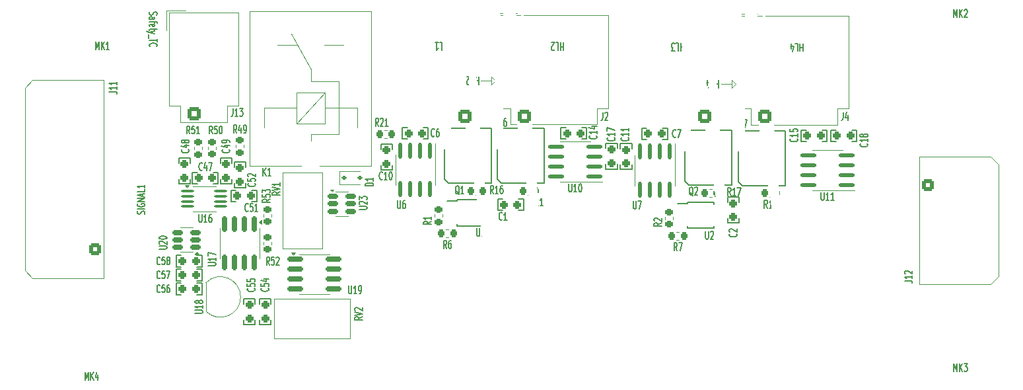
<source format=gto>
%TF.GenerationSoftware,KiCad,Pcbnew,9.0.1*%
%TF.CreationDate,2025-06-05T13:08:59-07:00*%
%TF.ProjectId,chop-controller-heat,63686f70-2d63-46f6-9e74-726f6c6c6572,rev?*%
%TF.SameCoordinates,Original*%
%TF.FileFunction,Legend,Top*%
%TF.FilePolarity,Positive*%
%FSLAX46Y46*%
G04 Gerber Fmt 4.6, Leading zero omitted, Abs format (unit mm)*
G04 Created by KiCad (PCBNEW 9.0.1) date 2025-06-05 13:08:59*
%MOMM*%
%LPD*%
G01*
G04 APERTURE LIST*
G04 Aperture macros list*
%AMRoundRect*
0 Rectangle with rounded corners*
0 $1 Rounding radius*
0 $2 $3 $4 $5 $6 $7 $8 $9 X,Y pos of 4 corners*
0 Add a 4 corners polygon primitive as box body*
4,1,4,$2,$3,$4,$5,$6,$7,$8,$9,$2,$3,0*
0 Add four circle primitives for the rounded corners*
1,1,$1+$1,$2,$3*
1,1,$1+$1,$4,$5*
1,1,$1+$1,$6,$7*
1,1,$1+$1,$8,$9*
0 Add four rect primitives between the rounded corners*
20,1,$1+$1,$2,$3,$4,$5,0*
20,1,$1+$1,$4,$5,$6,$7,0*
20,1,$1+$1,$6,$7,$8,$9,0*
20,1,$1+$1,$8,$9,$2,$3,0*%
%AMFreePoly0*
4,1,77,2.123536,2.483536,2.125000,2.480000,2.125000,1.460000,2.123536,1.456464,2.120000,1.455000,1.965000,1.455000,1.965000,1.175000,2.710000,1.175000,2.713536,1.173536,2.715000,1.170000,2.715000,0.560000,2.713536,0.556464,2.710000,0.555000,1.965000,0.555000,1.965000,-1.245000,2.710000,-1.245000,2.713536,-1.246464,2.715000,-1.250000,2.715000,-1.860000,2.713536,-1.863536,
2.710000,-1.865000,1.965000,-1.865000,1.965000,-2.040000,1.963536,-2.043536,1.960000,-2.045000,-2.140000,-2.045000,-2.143536,-2.043536,-2.145000,-2.040000,-2.145000,-1.875000,-2.900000,-1.875000,-2.903536,-1.873536,-2.905000,-1.870000,-2.905000,-1.260000,-2.903536,-1.256464,-2.900000,-1.255000,-2.145000,-1.255000,-2.145000,0.545000,-2.900000,0.545000,-2.903536,0.546464,-2.905000,0.550000,
-2.905000,1.160000,-2.903536,1.163536,-2.900000,1.165000,-2.145000,1.165000,-2.145000,1.445000,-2.300000,1.445000,-2.303536,1.446464,-2.305000,1.450000,-2.305000,2.470000,-2.303536,2.473536,-2.300000,2.475000,-1.690000,2.475000,-1.686464,2.473536,-1.685000,2.470000,-1.685000,1.775000,-1.035000,1.775000,-1.035000,2.470000,-1.033536,2.473536,-1.030000,2.475000,-0.420000,2.475000,
-0.416464,2.473536,-0.415000,2.470000,-0.415000,1.775000,0.235000,1.775000,0.235000,2.470000,0.236464,2.473536,0.240000,2.475000,0.850000,2.475000,0.853536,2.473536,0.855000,2.470000,0.855000,1.775000,1.505000,1.775000,1.505000,2.480000,1.506464,2.483536,1.510000,2.485000,2.120000,2.485000,2.123536,2.483536,2.123536,2.483536,$1*%
G04 Aperture macros list end*
%ADD10C,0.120000*%
%ADD11C,0.153000*%
%ADD12C,0.150000*%
%ADD13RoundRect,0.218750X-0.218750X-0.256250X0.218750X-0.256250X0.218750X0.256250X-0.218750X0.256250X0*%
%ADD14RoundRect,0.218750X0.218750X0.256250X-0.218750X0.256250X-0.218750X-0.256250X0.218750X-0.256250X0*%
%ADD15RoundRect,0.218750X0.256250X-0.218750X0.256250X0.218750X-0.256250X0.218750X-0.256250X-0.218750X0*%
%ADD16RoundRect,0.237500X-0.287500X-0.237500X0.287500X-0.237500X0.287500X0.237500X-0.287500X0.237500X0*%
%ADD17RoundRect,0.150000X-0.825000X-0.150000X0.825000X-0.150000X0.825000X0.150000X-0.825000X0.150000X0*%
%ADD18R,1.500000X1.050000*%
%ADD19O,1.500000X1.050000*%
%ADD20RoundRect,0.132500X-0.132500X0.857500X-0.132500X-0.857500X0.132500X-0.857500X0.132500X0.857500X0*%
%ADD21RoundRect,0.218750X-0.256250X0.218750X-0.256250X-0.218750X0.256250X-0.218750X0.256250X0.218750X0*%
%ADD22RoundRect,0.112500X-0.187500X-0.112500X0.187500X-0.112500X0.187500X0.112500X-0.187500X0.112500X0*%
%ADD23R,1.680000X0.400000*%
%ADD24RoundRect,0.237500X-0.237500X0.287500X-0.237500X-0.287500X0.237500X-0.287500X0.237500X0.287500X0*%
%ADD25R,0.610000X1.270000*%
%ADD26FreePoly0,0.000000*%
%ADD27C,3.200000*%
%ADD28RoundRect,0.132500X0.857500X0.132500X-0.857500X0.132500X-0.857500X-0.132500X0.857500X-0.132500X0*%
%ADD29RoundRect,0.237500X0.237500X-0.287500X0.237500X0.287500X-0.237500X0.287500X-0.237500X-0.287500X0*%
%ADD30RoundRect,0.150000X-0.512500X-0.150000X0.512500X-0.150000X0.512500X0.150000X-0.512500X0.150000X0*%
%ADD31RoundRect,0.237500X0.287500X0.237500X-0.287500X0.237500X-0.287500X-0.237500X0.287500X-0.237500X0*%
%ADD32C,3.000000*%
%ADD33RoundRect,0.250001X0.499999X-0.499999X0.499999X0.499999X-0.499999X0.499999X-0.499999X-0.499999X0*%
%ADD34C,1.500000*%
%ADD35C,1.440000*%
%ADD36C,3.400000*%
%ADD37RoundRect,0.250560X-0.619440X-0.619440X0.619440X-0.619440X0.619440X0.619440X-0.619440X0.619440X0*%
%ADD38C,1.740000*%
%ADD39RoundRect,0.150000X-0.150000X0.825000X-0.150000X-0.825000X0.150000X-0.825000X0.150000X0.825000X0*%
%ADD40RoundRect,0.250001X-0.499999X0.499999X-0.499999X-0.499999X0.499999X-0.499999X0.499999X0.499999X0*%
%ADD41RoundRect,0.100000X-0.712500X-0.100000X0.712500X-0.100000X0.712500X0.100000X-0.712500X0.100000X0*%
%ADD42C,2.500000*%
%ADD43RoundRect,0.150000X0.512500X0.150000X-0.512500X0.150000X-0.512500X-0.150000X0.512500X-0.150000X0*%
%ADD44RoundRect,0.250560X0.619440X0.619440X-0.619440X0.619440X-0.619440X-0.619440X0.619440X-0.619440X0*%
G04 APERTURE END LIST*
D10*
X146367638Y-58356523D02*
X145859638Y-58864523D01*
X145859638Y-58864523D02*
X145859638Y-57848523D01*
X146367638Y-58356523D02*
X145859638Y-57848523D01*
X145732638Y-58356523D02*
X144462638Y-58356523D01*
X177152438Y-58813723D02*
X176644438Y-58305723D01*
X176517438Y-58813723D02*
X175247438Y-58813723D01*
X176644438Y-59321723D02*
X176644438Y-58305723D01*
X177152438Y-58813723D02*
X176644438Y-59321723D01*
D11*
X174992019Y-58283659D02*
X174992019Y-59283659D01*
X174992019Y-58807469D02*
X174620590Y-58807469D01*
X174620590Y-58283659D02*
X174620590Y-59283659D01*
X174001543Y-58283659D02*
X174311067Y-58283659D01*
X174311067Y-58283659D02*
X174311067Y-59283659D01*
X173506305Y-58950326D02*
X173506305Y-58283659D01*
X173661067Y-59331279D02*
X173815829Y-58616993D01*
X173815829Y-58616993D02*
X173413448Y-58616993D01*
X140194019Y-53508459D02*
X140194019Y-54508459D01*
X140194019Y-54032269D02*
X139822590Y-54032269D01*
X139822590Y-53508459D02*
X139822590Y-54508459D01*
X139203543Y-53508459D02*
X139513067Y-53508459D01*
X139513067Y-53508459D02*
X139513067Y-54508459D01*
X138646400Y-53508459D02*
X139017829Y-53508459D01*
X138832115Y-53508459D02*
X138832115Y-54508459D01*
X138832115Y-54508459D02*
X138894019Y-54365602D01*
X138894019Y-54365602D02*
X138955924Y-54270364D01*
X138955924Y-54270364D02*
X139017829Y-54222745D01*
X144207219Y-57877259D02*
X144207219Y-58877259D01*
X144207219Y-58401069D02*
X143835790Y-58401069D01*
X143835790Y-57877259D02*
X143835790Y-58877259D01*
X143216743Y-57877259D02*
X143526267Y-57877259D01*
X143526267Y-57877259D02*
X143526267Y-58877259D01*
X143031029Y-58782021D02*
X143000077Y-58829640D01*
X143000077Y-58829640D02*
X142938172Y-58877259D01*
X142938172Y-58877259D02*
X142783410Y-58877259D01*
X142783410Y-58877259D02*
X142721505Y-58829640D01*
X142721505Y-58829640D02*
X142690553Y-58782021D01*
X142690553Y-58782021D02*
X142659600Y-58686783D01*
X142659600Y-58686783D02*
X142659600Y-58591545D01*
X142659600Y-58591545D02*
X142690553Y-58448688D01*
X142690553Y-58448688D02*
X143061981Y-57877259D01*
X143061981Y-57877259D02*
X142659600Y-57877259D01*
X170470819Y-53559259D02*
X170470819Y-54559259D01*
X170470819Y-54083069D02*
X170099390Y-54083069D01*
X170099390Y-53559259D02*
X170099390Y-54559259D01*
X169480343Y-53559259D02*
X169789867Y-53559259D01*
X169789867Y-53559259D02*
X169789867Y-54559259D01*
X169325581Y-54559259D02*
X168923200Y-54559259D01*
X168923200Y-54559259D02*
X169139867Y-54178307D01*
X169139867Y-54178307D02*
X169047010Y-54178307D01*
X169047010Y-54178307D02*
X168985105Y-54130688D01*
X168985105Y-54130688D02*
X168954153Y-54083069D01*
X168954153Y-54083069D02*
X168923200Y-53987831D01*
X168923200Y-53987831D02*
X168923200Y-53749736D01*
X168923200Y-53749736D02*
X168954153Y-53654498D01*
X168954153Y-53654498D02*
X168985105Y-53606879D01*
X168985105Y-53606879D02*
X169047010Y-53559259D01*
X169047010Y-53559259D02*
X169232724Y-53559259D01*
X169232724Y-53559259D02*
X169294629Y-53606879D01*
X169294629Y-53606879D02*
X169325581Y-53654498D01*
X185761619Y-53610059D02*
X185761619Y-54610059D01*
X185761619Y-54133869D02*
X185390190Y-54133869D01*
X185390190Y-53610059D02*
X185390190Y-54610059D01*
X184771143Y-53610059D02*
X185080667Y-53610059D01*
X185080667Y-53610059D02*
X185080667Y-54610059D01*
X184275905Y-54276726D02*
X184275905Y-53610059D01*
X184430667Y-54657679D02*
X184585429Y-53943393D01*
X184585429Y-53943393D02*
X184183048Y-53943393D01*
X101358682Y-75454856D02*
X101406301Y-75361999D01*
X101406301Y-75361999D02*
X101406301Y-75207237D01*
X101406301Y-75207237D02*
X101358682Y-75145332D01*
X101358682Y-75145332D02*
X101311062Y-75114380D01*
X101311062Y-75114380D02*
X101215824Y-75083427D01*
X101215824Y-75083427D02*
X101120586Y-75083427D01*
X101120586Y-75083427D02*
X101025348Y-75114380D01*
X101025348Y-75114380D02*
X100977729Y-75145332D01*
X100977729Y-75145332D02*
X100930110Y-75207237D01*
X100930110Y-75207237D02*
X100882491Y-75331046D01*
X100882491Y-75331046D02*
X100834872Y-75392951D01*
X100834872Y-75392951D02*
X100787253Y-75423904D01*
X100787253Y-75423904D02*
X100692015Y-75454856D01*
X100692015Y-75454856D02*
X100596777Y-75454856D01*
X100596777Y-75454856D02*
X100501539Y-75423904D01*
X100501539Y-75423904D02*
X100453920Y-75392951D01*
X100453920Y-75392951D02*
X100406301Y-75331046D01*
X100406301Y-75331046D02*
X100406301Y-75176285D01*
X100406301Y-75176285D02*
X100453920Y-75083427D01*
X101406301Y-74804856D02*
X100406301Y-74804856D01*
X100453920Y-74154855D02*
X100406301Y-74216760D01*
X100406301Y-74216760D02*
X100406301Y-74309617D01*
X100406301Y-74309617D02*
X100453920Y-74402474D01*
X100453920Y-74402474D02*
X100549158Y-74464379D01*
X100549158Y-74464379D02*
X100644396Y-74495332D01*
X100644396Y-74495332D02*
X100834872Y-74526284D01*
X100834872Y-74526284D02*
X100977729Y-74526284D01*
X100977729Y-74526284D02*
X101168205Y-74495332D01*
X101168205Y-74495332D02*
X101263443Y-74464379D01*
X101263443Y-74464379D02*
X101358682Y-74402474D01*
X101358682Y-74402474D02*
X101406301Y-74309617D01*
X101406301Y-74309617D02*
X101406301Y-74247713D01*
X101406301Y-74247713D02*
X101358682Y-74154855D01*
X101358682Y-74154855D02*
X101311062Y-74123903D01*
X101311062Y-74123903D02*
X100977729Y-74123903D01*
X100977729Y-74123903D02*
X100977729Y-74247713D01*
X101406301Y-73845332D02*
X100406301Y-73845332D01*
X100406301Y-73845332D02*
X101406301Y-73473903D01*
X101406301Y-73473903D02*
X100406301Y-73473903D01*
X101120586Y-73195332D02*
X101120586Y-72885808D01*
X101406301Y-73257237D02*
X100406301Y-73040570D01*
X100406301Y-73040570D02*
X101406301Y-72823903D01*
X101406301Y-72297713D02*
X101406301Y-72607237D01*
X101406301Y-72607237D02*
X100406301Y-72607237D01*
X101406301Y-71740570D02*
X101406301Y-72111999D01*
X101406301Y-71926285D02*
X100406301Y-71926285D01*
X100406301Y-71926285D02*
X100549158Y-71988189D01*
X100549158Y-71988189D02*
X100644396Y-72050094D01*
X100644396Y-72050094D02*
X100692015Y-72111999D01*
X102019394Y-49589389D02*
X101971774Y-49682246D01*
X101971774Y-49682246D02*
X101971774Y-49837008D01*
X101971774Y-49837008D02*
X102019394Y-49898913D01*
X102019394Y-49898913D02*
X102067013Y-49929865D01*
X102067013Y-49929865D02*
X102162251Y-49960818D01*
X102162251Y-49960818D02*
X102257489Y-49960818D01*
X102257489Y-49960818D02*
X102352727Y-49929865D01*
X102352727Y-49929865D02*
X102400346Y-49898913D01*
X102400346Y-49898913D02*
X102447965Y-49837008D01*
X102447965Y-49837008D02*
X102495584Y-49713199D01*
X102495584Y-49713199D02*
X102543203Y-49651294D01*
X102543203Y-49651294D02*
X102590822Y-49620341D01*
X102590822Y-49620341D02*
X102686060Y-49589389D01*
X102686060Y-49589389D02*
X102781298Y-49589389D01*
X102781298Y-49589389D02*
X102876536Y-49620341D01*
X102876536Y-49620341D02*
X102924155Y-49651294D01*
X102924155Y-49651294D02*
X102971774Y-49713199D01*
X102971774Y-49713199D02*
X102971774Y-49867960D01*
X102971774Y-49867960D02*
X102924155Y-49960818D01*
X101971774Y-50517961D02*
X102495584Y-50517961D01*
X102495584Y-50517961D02*
X102590822Y-50487008D01*
X102590822Y-50487008D02*
X102638441Y-50425104D01*
X102638441Y-50425104D02*
X102638441Y-50301294D01*
X102638441Y-50301294D02*
X102590822Y-50239389D01*
X102019394Y-50517961D02*
X101971774Y-50456056D01*
X101971774Y-50456056D02*
X101971774Y-50301294D01*
X101971774Y-50301294D02*
X102019394Y-50239389D01*
X102019394Y-50239389D02*
X102114632Y-50208437D01*
X102114632Y-50208437D02*
X102209870Y-50208437D01*
X102209870Y-50208437D02*
X102305108Y-50239389D01*
X102305108Y-50239389D02*
X102352727Y-50301294D01*
X102352727Y-50301294D02*
X102352727Y-50456056D01*
X102352727Y-50456056D02*
X102400346Y-50517961D01*
X102638441Y-50734627D02*
X102638441Y-50982246D01*
X101971774Y-50827484D02*
X102828917Y-50827484D01*
X102828917Y-50827484D02*
X102924155Y-50858437D01*
X102924155Y-50858437D02*
X102971774Y-50920342D01*
X102971774Y-50920342D02*
X102971774Y-50982246D01*
X102019394Y-51446532D02*
X101971774Y-51384628D01*
X101971774Y-51384628D02*
X101971774Y-51260818D01*
X101971774Y-51260818D02*
X102019394Y-51198913D01*
X102019394Y-51198913D02*
X102114632Y-51167961D01*
X102114632Y-51167961D02*
X102495584Y-51167961D01*
X102495584Y-51167961D02*
X102590822Y-51198913D01*
X102590822Y-51198913D02*
X102638441Y-51260818D01*
X102638441Y-51260818D02*
X102638441Y-51384628D01*
X102638441Y-51384628D02*
X102590822Y-51446532D01*
X102590822Y-51446532D02*
X102495584Y-51477485D01*
X102495584Y-51477485D02*
X102400346Y-51477485D01*
X102400346Y-51477485D02*
X102305108Y-51167961D01*
X102638441Y-51663199D02*
X102638441Y-51910818D01*
X102971774Y-51756056D02*
X102114632Y-51756056D01*
X102114632Y-51756056D02*
X102019394Y-51787009D01*
X102019394Y-51787009D02*
X101971774Y-51848914D01*
X101971774Y-51848914D02*
X101971774Y-51910818D01*
X102638441Y-52065581D02*
X101971774Y-52220343D01*
X102638441Y-52375104D02*
X101971774Y-52220343D01*
X101971774Y-52220343D02*
X101733679Y-52158438D01*
X101733679Y-52158438D02*
X101686060Y-52127485D01*
X101686060Y-52127485D02*
X101638441Y-52065581D01*
X101876536Y-52467962D02*
X101876536Y-52963200D01*
X102971774Y-53025104D02*
X102971774Y-53396533D01*
X101971774Y-53210819D02*
X102971774Y-53210819D01*
X102067013Y-53984628D02*
X102019394Y-53953676D01*
X102019394Y-53953676D02*
X101971774Y-53860818D01*
X101971774Y-53860818D02*
X101971774Y-53798914D01*
X101971774Y-53798914D02*
X102019394Y-53706057D01*
X102019394Y-53706057D02*
X102114632Y-53644152D01*
X102114632Y-53644152D02*
X102209870Y-53613199D01*
X102209870Y-53613199D02*
X102400346Y-53582247D01*
X102400346Y-53582247D02*
X102543203Y-53582247D01*
X102543203Y-53582247D02*
X102733679Y-53613199D01*
X102733679Y-53613199D02*
X102828917Y-53644152D01*
X102828917Y-53644152D02*
X102924155Y-53706057D01*
X102924155Y-53706057D02*
X102971774Y-53798914D01*
X102971774Y-53798914D02*
X102971774Y-53860818D01*
X102971774Y-53860818D02*
X102924155Y-53953676D01*
X102924155Y-53953676D02*
X102876536Y-53984628D01*
X155078419Y-53508459D02*
X155078419Y-54508459D01*
X155078419Y-54032269D02*
X154706990Y-54032269D01*
X154706990Y-53508459D02*
X154706990Y-54508459D01*
X154087943Y-53508459D02*
X154397467Y-53508459D01*
X154397467Y-53508459D02*
X154397467Y-54508459D01*
X153902229Y-54413221D02*
X153871277Y-54460840D01*
X153871277Y-54460840D02*
X153809372Y-54508459D01*
X153809372Y-54508459D02*
X153654610Y-54508459D01*
X153654610Y-54508459D02*
X153592705Y-54460840D01*
X153592705Y-54460840D02*
X153561753Y-54413221D01*
X153561753Y-54413221D02*
X153530800Y-54317983D01*
X153530800Y-54317983D02*
X153530800Y-54222745D01*
X153530800Y-54222745D02*
X153561753Y-54079888D01*
X153561753Y-54079888D02*
X153933181Y-53508459D01*
X153933181Y-53508459D02*
X153530800Y-53508459D01*
X176518542Y-73085986D02*
X176301875Y-72609795D01*
X176147113Y-73085986D02*
X176147113Y-72085986D01*
X176147113Y-72085986D02*
X176394732Y-72085986D01*
X176394732Y-72085986D02*
X176456637Y-72133605D01*
X176456637Y-72133605D02*
X176487590Y-72181224D01*
X176487590Y-72181224D02*
X176518542Y-72276462D01*
X176518542Y-72276462D02*
X176518542Y-72419319D01*
X176518542Y-72419319D02*
X176487590Y-72514557D01*
X176487590Y-72514557D02*
X176456637Y-72562176D01*
X176456637Y-72562176D02*
X176394732Y-72609795D01*
X176394732Y-72609795D02*
X176147113Y-72609795D01*
X177137590Y-73085986D02*
X176766161Y-73085986D01*
X176951875Y-73085986D02*
X176951875Y-72085986D01*
X176951875Y-72085986D02*
X176889971Y-72228843D01*
X176889971Y-72228843D02*
X176828066Y-72324081D01*
X176828066Y-72324081D02*
X176766161Y-72371700D01*
X177354257Y-72085986D02*
X177787590Y-72085986D01*
X177787590Y-72085986D02*
X177509019Y-73085986D01*
X151220142Y-74419463D02*
X151003475Y-73943272D01*
X150848713Y-74419463D02*
X150848713Y-73419463D01*
X150848713Y-73419463D02*
X151096332Y-73419463D01*
X151096332Y-73419463D02*
X151158237Y-73467082D01*
X151158237Y-73467082D02*
X151189190Y-73514701D01*
X151189190Y-73514701D02*
X151220142Y-73609939D01*
X151220142Y-73609939D02*
X151220142Y-73752796D01*
X151220142Y-73752796D02*
X151189190Y-73848034D01*
X151189190Y-73848034D02*
X151158237Y-73895653D01*
X151158237Y-73895653D02*
X151096332Y-73943272D01*
X151096332Y-73943272D02*
X150848713Y-73943272D01*
X151839190Y-74419463D02*
X151467761Y-74419463D01*
X151653475Y-74419463D02*
X151653475Y-73419463D01*
X151653475Y-73419463D02*
X151591571Y-73562320D01*
X151591571Y-73562320D02*
X151529666Y-73657558D01*
X151529666Y-73657558D02*
X151467761Y-73705177D01*
X152458238Y-74419463D02*
X152086809Y-74419463D01*
X152272523Y-74419463D02*
X152272523Y-73419463D01*
X152272523Y-73419463D02*
X152210619Y-73562320D01*
X152210619Y-73562320D02*
X152148714Y-73657558D01*
X152148714Y-73657558D02*
X152086809Y-73705177D01*
X131344780Y-64195986D02*
X131128113Y-63719795D01*
X130973351Y-64195986D02*
X130973351Y-63195986D01*
X130973351Y-63195986D02*
X131220970Y-63195986D01*
X131220970Y-63195986D02*
X131282875Y-63243605D01*
X131282875Y-63243605D02*
X131313828Y-63291224D01*
X131313828Y-63291224D02*
X131344780Y-63386462D01*
X131344780Y-63386462D02*
X131344780Y-63529319D01*
X131344780Y-63529319D02*
X131313828Y-63624557D01*
X131313828Y-63624557D02*
X131282875Y-63672176D01*
X131282875Y-63672176D02*
X131220970Y-63719795D01*
X131220970Y-63719795D02*
X130973351Y-63719795D01*
X131592399Y-63291224D02*
X131623351Y-63243605D01*
X131623351Y-63243605D02*
X131685256Y-63195986D01*
X131685256Y-63195986D02*
X131840018Y-63195986D01*
X131840018Y-63195986D02*
X131901923Y-63243605D01*
X131901923Y-63243605D02*
X131932875Y-63291224D01*
X131932875Y-63291224D02*
X131963828Y-63386462D01*
X131963828Y-63386462D02*
X131963828Y-63481700D01*
X131963828Y-63481700D02*
X131932875Y-63624557D01*
X131932875Y-63624557D02*
X131561447Y-64195986D01*
X131561447Y-64195986D02*
X131963828Y-64195986D01*
X132582876Y-64195986D02*
X132211447Y-64195986D01*
X132397161Y-64195986D02*
X132397161Y-63195986D01*
X132397161Y-63195986D02*
X132335257Y-63338843D01*
X132335257Y-63338843D02*
X132273352Y-63434081D01*
X132273352Y-63434081D02*
X132211447Y-63481700D01*
X117485301Y-73557180D02*
X117009110Y-73773847D01*
X117485301Y-73928609D02*
X116485301Y-73928609D01*
X116485301Y-73928609D02*
X116485301Y-73680990D01*
X116485301Y-73680990D02*
X116532920Y-73619085D01*
X116532920Y-73619085D02*
X116580539Y-73588132D01*
X116580539Y-73588132D02*
X116675777Y-73557180D01*
X116675777Y-73557180D02*
X116818634Y-73557180D01*
X116818634Y-73557180D02*
X116913872Y-73588132D01*
X116913872Y-73588132D02*
X116961491Y-73619085D01*
X116961491Y-73619085D02*
X117009110Y-73680990D01*
X117009110Y-73680990D02*
X117009110Y-73928609D01*
X116485301Y-72969085D02*
X116485301Y-73278609D01*
X116485301Y-73278609D02*
X116961491Y-73309561D01*
X116961491Y-73309561D02*
X116913872Y-73278609D01*
X116913872Y-73278609D02*
X116866253Y-73216704D01*
X116866253Y-73216704D02*
X116866253Y-73061942D01*
X116866253Y-73061942D02*
X116913872Y-73000037D01*
X116913872Y-73000037D02*
X116961491Y-72969085D01*
X116961491Y-72969085D02*
X117056729Y-72938132D01*
X117056729Y-72938132D02*
X117294824Y-72938132D01*
X117294824Y-72938132D02*
X117390062Y-72969085D01*
X117390062Y-72969085D02*
X117437682Y-73000037D01*
X117437682Y-73000037D02*
X117485301Y-73061942D01*
X117485301Y-73061942D02*
X117485301Y-73216704D01*
X117485301Y-73216704D02*
X117437682Y-73278609D01*
X117437682Y-73278609D02*
X117390062Y-73309561D01*
X116485301Y-72721465D02*
X116485301Y-72319084D01*
X116485301Y-72319084D02*
X116866253Y-72535751D01*
X116866253Y-72535751D02*
X116866253Y-72442894D01*
X116866253Y-72442894D02*
X116913872Y-72380989D01*
X116913872Y-72380989D02*
X116961491Y-72350037D01*
X116961491Y-72350037D02*
X117056729Y-72319084D01*
X117056729Y-72319084D02*
X117294824Y-72319084D01*
X117294824Y-72319084D02*
X117390062Y-72350037D01*
X117390062Y-72350037D02*
X117437682Y-72380989D01*
X117437682Y-72380989D02*
X117485301Y-72442894D01*
X117485301Y-72442894D02*
X117485301Y-72628608D01*
X117485301Y-72628608D02*
X117437682Y-72690513D01*
X117437682Y-72690513D02*
X117390062Y-72721465D01*
X147211666Y-76153024D02*
X147180714Y-76200644D01*
X147180714Y-76200644D02*
X147087856Y-76248263D01*
X147087856Y-76248263D02*
X147025952Y-76248263D01*
X147025952Y-76248263D02*
X146933095Y-76200644D01*
X146933095Y-76200644D02*
X146871190Y-76105405D01*
X146871190Y-76105405D02*
X146840237Y-76010167D01*
X146840237Y-76010167D02*
X146809285Y-75819691D01*
X146809285Y-75819691D02*
X146809285Y-75676834D01*
X146809285Y-75676834D02*
X146840237Y-75486358D01*
X146840237Y-75486358D02*
X146871190Y-75391120D01*
X146871190Y-75391120D02*
X146933095Y-75295882D01*
X146933095Y-75295882D02*
X147025952Y-75248263D01*
X147025952Y-75248263D02*
X147087856Y-75248263D01*
X147087856Y-75248263D02*
X147180714Y-75295882D01*
X147180714Y-75295882D02*
X147211666Y-75343501D01*
X147830714Y-76248263D02*
X147459285Y-76248263D01*
X147644999Y-76248263D02*
X147644999Y-75248263D01*
X147644999Y-75248263D02*
X147583095Y-75391120D01*
X147583095Y-75391120D02*
X147521190Y-75486358D01*
X147521190Y-75486358D02*
X147459285Y-75533977D01*
X113183780Y-65084986D02*
X112967113Y-64608795D01*
X112812351Y-65084986D02*
X112812351Y-64084986D01*
X112812351Y-64084986D02*
X113059970Y-64084986D01*
X113059970Y-64084986D02*
X113121875Y-64132605D01*
X113121875Y-64132605D02*
X113152828Y-64180224D01*
X113152828Y-64180224D02*
X113183780Y-64275462D01*
X113183780Y-64275462D02*
X113183780Y-64418319D01*
X113183780Y-64418319D02*
X113152828Y-64513557D01*
X113152828Y-64513557D02*
X113121875Y-64561176D01*
X113121875Y-64561176D02*
X113059970Y-64608795D01*
X113059970Y-64608795D02*
X112812351Y-64608795D01*
X113740923Y-64418319D02*
X113740923Y-65084986D01*
X113586161Y-64037367D02*
X113431399Y-64751652D01*
X113431399Y-64751652D02*
X113833780Y-64751652D01*
X114112352Y-65084986D02*
X114236161Y-65084986D01*
X114236161Y-65084986D02*
X114298066Y-65037367D01*
X114298066Y-65037367D02*
X114329018Y-64989747D01*
X114329018Y-64989747D02*
X114390923Y-64846890D01*
X114390923Y-64846890D02*
X114421876Y-64656414D01*
X114421876Y-64656414D02*
X114421876Y-64275462D01*
X114421876Y-64275462D02*
X114390923Y-64180224D01*
X114390923Y-64180224D02*
X114359971Y-64132605D01*
X114359971Y-64132605D02*
X114298066Y-64084986D01*
X114298066Y-64084986D02*
X114174257Y-64084986D01*
X114174257Y-64084986D02*
X114112352Y-64132605D01*
X114112352Y-64132605D02*
X114081399Y-64180224D01*
X114081399Y-64180224D02*
X114050447Y-64275462D01*
X114050447Y-64275462D02*
X114050447Y-64513557D01*
X114050447Y-64513557D02*
X114081399Y-64608795D01*
X114081399Y-64608795D02*
X114112352Y-64656414D01*
X114112352Y-64656414D02*
X114174257Y-64704033D01*
X114174257Y-64704033D02*
X114298066Y-64704033D01*
X114298066Y-64704033D02*
X114359971Y-64656414D01*
X114359971Y-64656414D02*
X114390923Y-64608795D01*
X114390923Y-64608795D02*
X114421876Y-64513557D01*
X127528875Y-84658986D02*
X127528875Y-85468509D01*
X127528875Y-85468509D02*
X127559828Y-85563747D01*
X127559828Y-85563747D02*
X127590780Y-85611367D01*
X127590780Y-85611367D02*
X127652685Y-85658986D01*
X127652685Y-85658986D02*
X127776494Y-85658986D01*
X127776494Y-85658986D02*
X127838399Y-85611367D01*
X127838399Y-85611367D02*
X127869352Y-85563747D01*
X127869352Y-85563747D02*
X127900304Y-85468509D01*
X127900304Y-85468509D02*
X127900304Y-84658986D01*
X128550304Y-85658986D02*
X128178875Y-85658986D01*
X128364589Y-85658986D02*
X128364589Y-84658986D01*
X128364589Y-84658986D02*
X128302685Y-84801843D01*
X128302685Y-84801843D02*
X128240780Y-84897081D01*
X128240780Y-84897081D02*
X128178875Y-84944700D01*
X128859828Y-85658986D02*
X128983637Y-85658986D01*
X128983637Y-85658986D02*
X129045542Y-85611367D01*
X129045542Y-85611367D02*
X129076494Y-85563747D01*
X129076494Y-85563747D02*
X129138399Y-85420890D01*
X129138399Y-85420890D02*
X129169352Y-85230414D01*
X129169352Y-85230414D02*
X129169352Y-84849462D01*
X129169352Y-84849462D02*
X129138399Y-84754224D01*
X129138399Y-84754224D02*
X129107447Y-84706605D01*
X129107447Y-84706605D02*
X129045542Y-84658986D01*
X129045542Y-84658986D02*
X128921733Y-84658986D01*
X128921733Y-84658986D02*
X128859828Y-84706605D01*
X128859828Y-84706605D02*
X128828875Y-84754224D01*
X128828875Y-84754224D02*
X128797923Y-84849462D01*
X128797923Y-84849462D02*
X128797923Y-85087557D01*
X128797923Y-85087557D02*
X128828875Y-85182795D01*
X128828875Y-85182795D02*
X128859828Y-85230414D01*
X128859828Y-85230414D02*
X128921733Y-85278033D01*
X128921733Y-85278033D02*
X129045542Y-85278033D01*
X129045542Y-85278033D02*
X129107447Y-85230414D01*
X129107447Y-85230414D02*
X129138399Y-85182795D01*
X129138399Y-85182795D02*
X129169352Y-85087557D01*
X107849301Y-88168085D02*
X108658824Y-88168085D01*
X108658824Y-88168085D02*
X108754062Y-88137132D01*
X108754062Y-88137132D02*
X108801682Y-88106180D01*
X108801682Y-88106180D02*
X108849301Y-88044275D01*
X108849301Y-88044275D02*
X108849301Y-87920466D01*
X108849301Y-87920466D02*
X108801682Y-87858561D01*
X108801682Y-87858561D02*
X108754062Y-87827608D01*
X108754062Y-87827608D02*
X108658824Y-87796656D01*
X108658824Y-87796656D02*
X107849301Y-87796656D01*
X108849301Y-87146656D02*
X108849301Y-87518085D01*
X108849301Y-87332371D02*
X107849301Y-87332371D01*
X107849301Y-87332371D02*
X107992158Y-87394275D01*
X107992158Y-87394275D02*
X108087396Y-87456180D01*
X108087396Y-87456180D02*
X108135015Y-87518085D01*
X108277872Y-86775227D02*
X108230253Y-86837132D01*
X108230253Y-86837132D02*
X108182634Y-86868085D01*
X108182634Y-86868085D02*
X108087396Y-86899037D01*
X108087396Y-86899037D02*
X108039777Y-86899037D01*
X108039777Y-86899037D02*
X107944539Y-86868085D01*
X107944539Y-86868085D02*
X107896920Y-86837132D01*
X107896920Y-86837132D02*
X107849301Y-86775227D01*
X107849301Y-86775227D02*
X107849301Y-86651418D01*
X107849301Y-86651418D02*
X107896920Y-86589513D01*
X107896920Y-86589513D02*
X107944539Y-86558561D01*
X107944539Y-86558561D02*
X108039777Y-86527608D01*
X108039777Y-86527608D02*
X108087396Y-86527608D01*
X108087396Y-86527608D02*
X108182634Y-86558561D01*
X108182634Y-86558561D02*
X108230253Y-86589513D01*
X108230253Y-86589513D02*
X108277872Y-86651418D01*
X108277872Y-86651418D02*
X108277872Y-86775227D01*
X108277872Y-86775227D02*
X108325491Y-86837132D01*
X108325491Y-86837132D02*
X108373110Y-86868085D01*
X108373110Y-86868085D02*
X108468348Y-86899037D01*
X108468348Y-86899037D02*
X108658824Y-86899037D01*
X108658824Y-86899037D02*
X108754062Y-86868085D01*
X108754062Y-86868085D02*
X108801682Y-86837132D01*
X108801682Y-86837132D02*
X108849301Y-86775227D01*
X108849301Y-86775227D02*
X108849301Y-86651418D01*
X108849301Y-86651418D02*
X108801682Y-86589513D01*
X108801682Y-86589513D02*
X108754062Y-86558561D01*
X108754062Y-86558561D02*
X108658824Y-86527608D01*
X108658824Y-86527608D02*
X108468348Y-86527608D01*
X108468348Y-86527608D02*
X108373110Y-86558561D01*
X108373110Y-86558561D02*
X108325491Y-86589513D01*
X108325491Y-86589513D02*
X108277872Y-86651418D01*
X159261824Y-65441857D02*
X159309444Y-65472809D01*
X159309444Y-65472809D02*
X159357063Y-65565667D01*
X159357063Y-65565667D02*
X159357063Y-65627571D01*
X159357063Y-65627571D02*
X159309444Y-65720428D01*
X159309444Y-65720428D02*
X159214205Y-65782333D01*
X159214205Y-65782333D02*
X159118967Y-65813286D01*
X159118967Y-65813286D02*
X158928491Y-65844238D01*
X158928491Y-65844238D02*
X158785634Y-65844238D01*
X158785634Y-65844238D02*
X158595158Y-65813286D01*
X158595158Y-65813286D02*
X158499920Y-65782333D01*
X158499920Y-65782333D02*
X158404682Y-65720428D01*
X158404682Y-65720428D02*
X158357063Y-65627571D01*
X158357063Y-65627571D02*
X158357063Y-65565667D01*
X158357063Y-65565667D02*
X158404682Y-65472809D01*
X158404682Y-65472809D02*
X158452301Y-65441857D01*
X159357063Y-64822809D02*
X159357063Y-65194238D01*
X159357063Y-65008524D02*
X158357063Y-65008524D01*
X158357063Y-65008524D02*
X158499920Y-65070428D01*
X158499920Y-65070428D02*
X158595158Y-65132333D01*
X158595158Y-65132333D02*
X158642777Y-65194238D01*
X158690396Y-64265666D02*
X159357063Y-64265666D01*
X158309444Y-64420428D02*
X159023729Y-64575190D01*
X159023729Y-64575190D02*
X159023729Y-64172809D01*
X164033399Y-73787736D02*
X164033399Y-74597259D01*
X164033399Y-74597259D02*
X164064352Y-74692497D01*
X164064352Y-74692497D02*
X164095304Y-74740117D01*
X164095304Y-74740117D02*
X164157209Y-74787736D01*
X164157209Y-74787736D02*
X164281018Y-74787736D01*
X164281018Y-74787736D02*
X164342923Y-74740117D01*
X164342923Y-74740117D02*
X164373876Y-74692497D01*
X164373876Y-74692497D02*
X164404828Y-74597259D01*
X164404828Y-74597259D02*
X164404828Y-73787736D01*
X164652447Y-73787736D02*
X165085780Y-73787736D01*
X165085780Y-73787736D02*
X164807209Y-74787736D01*
X138100301Y-76422656D02*
X137624110Y-76639323D01*
X138100301Y-76794085D02*
X137100301Y-76794085D01*
X137100301Y-76794085D02*
X137100301Y-76546466D01*
X137100301Y-76546466D02*
X137147920Y-76484561D01*
X137147920Y-76484561D02*
X137195539Y-76453608D01*
X137195539Y-76453608D02*
X137290777Y-76422656D01*
X137290777Y-76422656D02*
X137433634Y-76422656D01*
X137433634Y-76422656D02*
X137528872Y-76453608D01*
X137528872Y-76453608D02*
X137576491Y-76484561D01*
X137576491Y-76484561D02*
X137624110Y-76546466D01*
X137624110Y-76546466D02*
X137624110Y-76794085D01*
X138100301Y-75803608D02*
X138100301Y-76175037D01*
X138100301Y-75989323D02*
X137100301Y-75989323D01*
X137100301Y-75989323D02*
X137243158Y-76051227D01*
X137243158Y-76051227D02*
X137338396Y-76113132D01*
X137338396Y-76113132D02*
X137386015Y-76175037D01*
X181205030Y-74693736D02*
X180988363Y-74217545D01*
X180833601Y-74693736D02*
X180833601Y-73693736D01*
X180833601Y-73693736D02*
X181081220Y-73693736D01*
X181081220Y-73693736D02*
X181143125Y-73741355D01*
X181143125Y-73741355D02*
X181174078Y-73788974D01*
X181174078Y-73788974D02*
X181205030Y-73884212D01*
X181205030Y-73884212D02*
X181205030Y-74027069D01*
X181205030Y-74027069D02*
X181174078Y-74122307D01*
X181174078Y-74122307D02*
X181143125Y-74169926D01*
X181143125Y-74169926D02*
X181081220Y-74217545D01*
X181081220Y-74217545D02*
X180833601Y-74217545D01*
X181824078Y-74693736D02*
X181452649Y-74693736D01*
X181638363Y-74693736D02*
X181638363Y-73693736D01*
X181638363Y-73693736D02*
X181576459Y-73836593D01*
X181576459Y-73836593D02*
X181514554Y-73931831D01*
X181514554Y-73931831D02*
X181452649Y-73979450D01*
X182071697Y-73788974D02*
X182102649Y-73741355D01*
X182102649Y-73741355D02*
X182164554Y-73693736D01*
X182164554Y-73693736D02*
X182319316Y-73693736D01*
X182319316Y-73693736D02*
X182381221Y-73741355D01*
X182381221Y-73741355D02*
X182412173Y-73788974D01*
X182412173Y-73788974D02*
X182443126Y-73884212D01*
X182443126Y-73884212D02*
X182443126Y-73979450D01*
X182443126Y-73979450D02*
X182412173Y-74122307D01*
X182412173Y-74122307D02*
X182040745Y-74693736D01*
X182040745Y-74693736D02*
X182443126Y-74693736D01*
X130693301Y-71841085D02*
X129693301Y-71841085D01*
X129693301Y-71841085D02*
X129693301Y-71686323D01*
X129693301Y-71686323D02*
X129740920Y-71593466D01*
X129740920Y-71593466D02*
X129836158Y-71531561D01*
X129836158Y-71531561D02*
X129931396Y-71500608D01*
X129931396Y-71500608D02*
X130121872Y-71469656D01*
X130121872Y-71469656D02*
X130264729Y-71469656D01*
X130264729Y-71469656D02*
X130455205Y-71500608D01*
X130455205Y-71500608D02*
X130550443Y-71531561D01*
X130550443Y-71531561D02*
X130645682Y-71593466D01*
X130645682Y-71593466D02*
X130693301Y-71686323D01*
X130693301Y-71686323D02*
X130693301Y-71841085D01*
X130693301Y-70850608D02*
X130693301Y-71222037D01*
X130693301Y-71036323D02*
X129693301Y-71036323D01*
X129693301Y-71036323D02*
X129836158Y-71098227D01*
X129836158Y-71098227D02*
X129931396Y-71160132D01*
X129931396Y-71160132D02*
X129979015Y-71222037D01*
X173291399Y-77678736D02*
X173291399Y-78488259D01*
X173291399Y-78488259D02*
X173322352Y-78583497D01*
X173322352Y-78583497D02*
X173353304Y-78631117D01*
X173353304Y-78631117D02*
X173415209Y-78678736D01*
X173415209Y-78678736D02*
X173539018Y-78678736D01*
X173539018Y-78678736D02*
X173600923Y-78631117D01*
X173600923Y-78631117D02*
X173631876Y-78583497D01*
X173631876Y-78583497D02*
X173662828Y-78488259D01*
X173662828Y-78488259D02*
X173662828Y-77678736D01*
X173941399Y-77773974D02*
X173972351Y-77726355D01*
X173972351Y-77726355D02*
X174034256Y-77678736D01*
X174034256Y-77678736D02*
X174189018Y-77678736D01*
X174189018Y-77678736D02*
X174250923Y-77726355D01*
X174250923Y-77726355D02*
X174281875Y-77773974D01*
X174281875Y-77773974D02*
X174312828Y-77869212D01*
X174312828Y-77869212D02*
X174312828Y-77964450D01*
X174312828Y-77964450D02*
X174281875Y-78107307D01*
X174281875Y-78107307D02*
X173910447Y-78678736D01*
X173910447Y-78678736D02*
X174312828Y-78678736D01*
X163364062Y-65683180D02*
X163411682Y-65714132D01*
X163411682Y-65714132D02*
X163459301Y-65806990D01*
X163459301Y-65806990D02*
X163459301Y-65868894D01*
X163459301Y-65868894D02*
X163411682Y-65961751D01*
X163411682Y-65961751D02*
X163316443Y-66023656D01*
X163316443Y-66023656D02*
X163221205Y-66054609D01*
X163221205Y-66054609D02*
X163030729Y-66085561D01*
X163030729Y-66085561D02*
X162887872Y-66085561D01*
X162887872Y-66085561D02*
X162697396Y-66054609D01*
X162697396Y-66054609D02*
X162602158Y-66023656D01*
X162602158Y-66023656D02*
X162506920Y-65961751D01*
X162506920Y-65961751D02*
X162459301Y-65868894D01*
X162459301Y-65868894D02*
X162459301Y-65806990D01*
X162459301Y-65806990D02*
X162506920Y-65714132D01*
X162506920Y-65714132D02*
X162554539Y-65683180D01*
X163459301Y-65064132D02*
X163459301Y-65435561D01*
X163459301Y-65249847D02*
X162459301Y-65249847D01*
X162459301Y-65249847D02*
X162602158Y-65311751D01*
X162602158Y-65311751D02*
X162697396Y-65373656D01*
X162697396Y-65373656D02*
X162745015Y-65435561D01*
X163459301Y-64445084D02*
X163459301Y-64816513D01*
X163459301Y-64630799D02*
X162459301Y-64630799D01*
X162459301Y-64630799D02*
X162602158Y-64692703D01*
X162602158Y-64692703D02*
X162697396Y-64754608D01*
X162697396Y-64754608D02*
X162745015Y-64816513D01*
X171680333Y-73130424D02*
X171618428Y-73082805D01*
X171618428Y-73082805D02*
X171556523Y-72987567D01*
X171556523Y-72987567D02*
X171463666Y-72844709D01*
X171463666Y-72844709D02*
X171401761Y-72797090D01*
X171401761Y-72797090D02*
X171339857Y-72797090D01*
X171370809Y-73035186D02*
X171308904Y-72987567D01*
X171308904Y-72987567D02*
X171246999Y-72892328D01*
X171246999Y-72892328D02*
X171216047Y-72701852D01*
X171216047Y-72701852D02*
X171216047Y-72368519D01*
X171216047Y-72368519D02*
X171246999Y-72178043D01*
X171246999Y-72178043D02*
X171308904Y-72082805D01*
X171308904Y-72082805D02*
X171370809Y-72035186D01*
X171370809Y-72035186D02*
X171494618Y-72035186D01*
X171494618Y-72035186D02*
X171556523Y-72082805D01*
X171556523Y-72082805D02*
X171618428Y-72178043D01*
X171618428Y-72178043D02*
X171649380Y-72368519D01*
X171649380Y-72368519D02*
X171649380Y-72701852D01*
X171649380Y-72701852D02*
X171618428Y-72892328D01*
X171618428Y-72892328D02*
X171556523Y-72987567D01*
X171556523Y-72987567D02*
X171494618Y-73035186D01*
X171494618Y-73035186D02*
X171370809Y-73035186D01*
X171896999Y-72130424D02*
X171927951Y-72082805D01*
X171927951Y-72082805D02*
X171989856Y-72035186D01*
X171989856Y-72035186D02*
X172144618Y-72035186D01*
X172144618Y-72035186D02*
X172206523Y-72082805D01*
X172206523Y-72082805D02*
X172237475Y-72130424D01*
X172237475Y-72130424D02*
X172268428Y-72225662D01*
X172268428Y-72225662D02*
X172268428Y-72320900D01*
X172268428Y-72320900D02*
X172237475Y-72463757D01*
X172237475Y-72463757D02*
X171866047Y-73035186D01*
X171866047Y-73035186D02*
X172268428Y-73035186D01*
X93714809Y-96739463D02*
X93714809Y-95739463D01*
X93714809Y-95739463D02*
X93931476Y-96453748D01*
X93931476Y-96453748D02*
X94148143Y-95739463D01*
X94148143Y-95739463D02*
X94148143Y-96739463D01*
X94457666Y-96739463D02*
X94457666Y-95739463D01*
X94829095Y-96739463D02*
X94550524Y-96168034D01*
X94829095Y-95739463D02*
X94457666Y-96310891D01*
X95386238Y-96072796D02*
X95386238Y-96739463D01*
X95231476Y-95691844D02*
X95076714Y-96406129D01*
X95076714Y-96406129D02*
X95479095Y-96406129D01*
X155760837Y-71625986D02*
X155760837Y-72435509D01*
X155760837Y-72435509D02*
X155791790Y-72530747D01*
X155791790Y-72530747D02*
X155822742Y-72578367D01*
X155822742Y-72578367D02*
X155884647Y-72625986D01*
X155884647Y-72625986D02*
X156008456Y-72625986D01*
X156008456Y-72625986D02*
X156070361Y-72578367D01*
X156070361Y-72578367D02*
X156101314Y-72530747D01*
X156101314Y-72530747D02*
X156132266Y-72435509D01*
X156132266Y-72435509D02*
X156132266Y-71625986D01*
X156782266Y-72625986D02*
X156410837Y-72625986D01*
X156596551Y-72625986D02*
X156596551Y-71625986D01*
X156596551Y-71625986D02*
X156534647Y-71768843D01*
X156534647Y-71768843D02*
X156472742Y-71864081D01*
X156472742Y-71864081D02*
X156410837Y-71911700D01*
X157184647Y-71625986D02*
X157246552Y-71625986D01*
X157246552Y-71625986D02*
X157308456Y-71673605D01*
X157308456Y-71673605D02*
X157339409Y-71721224D01*
X157339409Y-71721224D02*
X157370361Y-71816462D01*
X157370361Y-71816462D02*
X157401314Y-72006938D01*
X157401314Y-72006938D02*
X157401314Y-72245033D01*
X157401314Y-72245033D02*
X157370361Y-72435509D01*
X157370361Y-72435509D02*
X157339409Y-72530747D01*
X157339409Y-72530747D02*
X157308456Y-72578367D01*
X157308456Y-72578367D02*
X157246552Y-72625986D01*
X157246552Y-72625986D02*
X157184647Y-72625986D01*
X157184647Y-72625986D02*
X157122742Y-72578367D01*
X157122742Y-72578367D02*
X157091790Y-72530747D01*
X157091790Y-72530747D02*
X157060837Y-72435509D01*
X157060837Y-72435509D02*
X157029885Y-72245033D01*
X157029885Y-72245033D02*
X157029885Y-72006938D01*
X157029885Y-72006938D02*
X157060837Y-71816462D01*
X157060837Y-71816462D02*
X157091790Y-71721224D01*
X157091790Y-71721224D02*
X157122742Y-71673605D01*
X157122742Y-71673605D02*
X157184647Y-71625986D01*
X117209062Y-84970180D02*
X117256682Y-85001132D01*
X117256682Y-85001132D02*
X117304301Y-85093990D01*
X117304301Y-85093990D02*
X117304301Y-85155894D01*
X117304301Y-85155894D02*
X117256682Y-85248751D01*
X117256682Y-85248751D02*
X117161443Y-85310656D01*
X117161443Y-85310656D02*
X117066205Y-85341609D01*
X117066205Y-85341609D02*
X116875729Y-85372561D01*
X116875729Y-85372561D02*
X116732872Y-85372561D01*
X116732872Y-85372561D02*
X116542396Y-85341609D01*
X116542396Y-85341609D02*
X116447158Y-85310656D01*
X116447158Y-85310656D02*
X116351920Y-85248751D01*
X116351920Y-85248751D02*
X116304301Y-85155894D01*
X116304301Y-85155894D02*
X116304301Y-85093990D01*
X116304301Y-85093990D02*
X116351920Y-85001132D01*
X116351920Y-85001132D02*
X116399539Y-84970180D01*
X116304301Y-84382085D02*
X116304301Y-84691609D01*
X116304301Y-84691609D02*
X116780491Y-84722561D01*
X116780491Y-84722561D02*
X116732872Y-84691609D01*
X116732872Y-84691609D02*
X116685253Y-84629704D01*
X116685253Y-84629704D02*
X116685253Y-84474942D01*
X116685253Y-84474942D02*
X116732872Y-84413037D01*
X116732872Y-84413037D02*
X116780491Y-84382085D01*
X116780491Y-84382085D02*
X116875729Y-84351132D01*
X116875729Y-84351132D02*
X117113824Y-84351132D01*
X117113824Y-84351132D02*
X117209062Y-84382085D01*
X117209062Y-84382085D02*
X117256682Y-84413037D01*
X117256682Y-84413037D02*
X117304301Y-84474942D01*
X117304301Y-84474942D02*
X117304301Y-84629704D01*
X117304301Y-84629704D02*
X117256682Y-84691609D01*
X117256682Y-84691609D02*
X117209062Y-84722561D01*
X116637634Y-83793989D02*
X117304301Y-83793989D01*
X116256682Y-83948751D02*
X116970967Y-84103513D01*
X116970967Y-84103513D02*
X116970967Y-83701132D01*
X167650301Y-76600406D02*
X167174110Y-76817073D01*
X167650301Y-76971835D02*
X166650301Y-76971835D01*
X166650301Y-76971835D02*
X166650301Y-76724216D01*
X166650301Y-76724216D02*
X166697920Y-76662311D01*
X166697920Y-76662311D02*
X166745539Y-76631358D01*
X166745539Y-76631358D02*
X166840777Y-76600406D01*
X166840777Y-76600406D02*
X166983634Y-76600406D01*
X166983634Y-76600406D02*
X167078872Y-76631358D01*
X167078872Y-76631358D02*
X167126491Y-76662311D01*
X167126491Y-76662311D02*
X167174110Y-76724216D01*
X167174110Y-76724216D02*
X167174110Y-76971835D01*
X166745539Y-76352787D02*
X166697920Y-76321835D01*
X166697920Y-76321835D02*
X166650301Y-76259930D01*
X166650301Y-76259930D02*
X166650301Y-76105168D01*
X166650301Y-76105168D02*
X166697920Y-76043263D01*
X166697920Y-76043263D02*
X166745539Y-76012311D01*
X166745539Y-76012311D02*
X166840777Y-75981358D01*
X166840777Y-75981358D02*
X166936015Y-75981358D01*
X166936015Y-75981358D02*
X167078872Y-76012311D01*
X167078872Y-76012311D02*
X167650301Y-76383739D01*
X167650301Y-76383739D02*
X167650301Y-75981358D01*
X112183062Y-67207180D02*
X112230682Y-67238132D01*
X112230682Y-67238132D02*
X112278301Y-67330990D01*
X112278301Y-67330990D02*
X112278301Y-67392894D01*
X112278301Y-67392894D02*
X112230682Y-67485751D01*
X112230682Y-67485751D02*
X112135443Y-67547656D01*
X112135443Y-67547656D02*
X112040205Y-67578609D01*
X112040205Y-67578609D02*
X111849729Y-67609561D01*
X111849729Y-67609561D02*
X111706872Y-67609561D01*
X111706872Y-67609561D02*
X111516396Y-67578609D01*
X111516396Y-67578609D02*
X111421158Y-67547656D01*
X111421158Y-67547656D02*
X111325920Y-67485751D01*
X111325920Y-67485751D02*
X111278301Y-67392894D01*
X111278301Y-67392894D02*
X111278301Y-67330990D01*
X111278301Y-67330990D02*
X111325920Y-67238132D01*
X111325920Y-67238132D02*
X111373539Y-67207180D01*
X111611634Y-66650037D02*
X112278301Y-66650037D01*
X111230682Y-66804799D02*
X111944967Y-66959561D01*
X111944967Y-66959561D02*
X111944967Y-66557180D01*
X112278301Y-66278608D02*
X112278301Y-66154799D01*
X112278301Y-66154799D02*
X112230682Y-66092894D01*
X112230682Y-66092894D02*
X112183062Y-66061942D01*
X112183062Y-66061942D02*
X112040205Y-66000037D01*
X112040205Y-66000037D02*
X111849729Y-65969084D01*
X111849729Y-65969084D02*
X111468777Y-65969084D01*
X111468777Y-65969084D02*
X111373539Y-66000037D01*
X111373539Y-66000037D02*
X111325920Y-66030989D01*
X111325920Y-66030989D02*
X111278301Y-66092894D01*
X111278301Y-66092894D02*
X111278301Y-66216703D01*
X111278301Y-66216703D02*
X111325920Y-66278608D01*
X111325920Y-66278608D02*
X111373539Y-66309561D01*
X111373539Y-66309561D02*
X111468777Y-66340513D01*
X111468777Y-66340513D02*
X111706872Y-66340513D01*
X111706872Y-66340513D02*
X111802110Y-66309561D01*
X111802110Y-66309561D02*
X111849729Y-66278608D01*
X111849729Y-66278608D02*
X111897348Y-66216703D01*
X111897348Y-66216703D02*
X111897348Y-66092894D01*
X111897348Y-66092894D02*
X111849729Y-66030989D01*
X111849729Y-66030989D02*
X111802110Y-66000037D01*
X111802110Y-66000037D02*
X111706872Y-65969084D01*
X178004983Y-64468974D02*
X177943078Y-64421355D01*
X177943078Y-64421355D02*
X177881173Y-64326117D01*
X177881173Y-64326117D02*
X177788316Y-64183259D01*
X177788316Y-64183259D02*
X177726411Y-64135640D01*
X177726411Y-64135640D02*
X177664507Y-64135640D01*
X177695459Y-64373736D02*
X177633554Y-64326117D01*
X177633554Y-64326117D02*
X177571649Y-64230878D01*
X177571649Y-64230878D02*
X177540697Y-64040402D01*
X177540697Y-64040402D02*
X177540697Y-63707069D01*
X177540697Y-63707069D02*
X177571649Y-63516593D01*
X177571649Y-63516593D02*
X177633554Y-63421355D01*
X177633554Y-63421355D02*
X177695459Y-63373736D01*
X177695459Y-63373736D02*
X177819268Y-63373736D01*
X177819268Y-63373736D02*
X177881173Y-63421355D01*
X177881173Y-63421355D02*
X177943078Y-63516593D01*
X177943078Y-63516593D02*
X177974030Y-63707069D01*
X177974030Y-63707069D02*
X177974030Y-64040402D01*
X177974030Y-64040402D02*
X177943078Y-64230878D01*
X177943078Y-64230878D02*
X177881173Y-64326117D01*
X177881173Y-64326117D02*
X177819268Y-64373736D01*
X177819268Y-64373736D02*
X177695459Y-64373736D01*
X178190697Y-63373736D02*
X178624030Y-63373736D01*
X178624030Y-63373736D02*
X178345459Y-64373736D01*
X143967399Y-77292986D02*
X143967399Y-78102509D01*
X143967399Y-78102509D02*
X143998352Y-78197747D01*
X143998352Y-78197747D02*
X144029304Y-78245367D01*
X144029304Y-78245367D02*
X144091209Y-78292986D01*
X144091209Y-78292986D02*
X144215018Y-78292986D01*
X144215018Y-78292986D02*
X144276923Y-78245367D01*
X144276923Y-78245367D02*
X144307876Y-78197747D01*
X144307876Y-78197747D02*
X144338828Y-78102509D01*
X144338828Y-78102509D02*
X144338828Y-77292986D01*
X144988828Y-78292986D02*
X144617399Y-78292986D01*
X144803113Y-78292986D02*
X144803113Y-77292986D01*
X144803113Y-77292986D02*
X144741209Y-77435843D01*
X144741209Y-77435843D02*
X144679304Y-77531081D01*
X144679304Y-77531081D02*
X144617399Y-77578700D01*
X128880501Y-74858485D02*
X129690024Y-74858485D01*
X129690024Y-74858485D02*
X129785262Y-74827532D01*
X129785262Y-74827532D02*
X129832882Y-74796580D01*
X129832882Y-74796580D02*
X129880501Y-74734675D01*
X129880501Y-74734675D02*
X129880501Y-74610866D01*
X129880501Y-74610866D02*
X129832882Y-74548961D01*
X129832882Y-74548961D02*
X129785262Y-74518008D01*
X129785262Y-74518008D02*
X129690024Y-74487056D01*
X129690024Y-74487056D02*
X128880501Y-74487056D01*
X128975739Y-74208485D02*
X128928120Y-74177533D01*
X128928120Y-74177533D02*
X128880501Y-74115628D01*
X128880501Y-74115628D02*
X128880501Y-73960866D01*
X128880501Y-73960866D02*
X128928120Y-73898961D01*
X128928120Y-73898961D02*
X128975739Y-73868009D01*
X128975739Y-73868009D02*
X129070977Y-73837056D01*
X129070977Y-73837056D02*
X129166215Y-73837056D01*
X129166215Y-73837056D02*
X129309072Y-73868009D01*
X129309072Y-73868009D02*
X129880501Y-74239437D01*
X129880501Y-74239437D02*
X129880501Y-73837056D01*
X128880501Y-73620389D02*
X128880501Y-73218008D01*
X128880501Y-73218008D02*
X129261453Y-73434675D01*
X129261453Y-73434675D02*
X129261453Y-73341818D01*
X129261453Y-73341818D02*
X129309072Y-73279913D01*
X129309072Y-73279913D02*
X129356691Y-73248961D01*
X129356691Y-73248961D02*
X129451929Y-73218008D01*
X129451929Y-73218008D02*
X129690024Y-73218008D01*
X129690024Y-73218008D02*
X129785262Y-73248961D01*
X129785262Y-73248961D02*
X129832882Y-73279913D01*
X129832882Y-73279913D02*
X129880501Y-73341818D01*
X129880501Y-73341818D02*
X129880501Y-73527532D01*
X129880501Y-73527532D02*
X129832882Y-73589437D01*
X129832882Y-73589437D02*
X129785262Y-73620389D01*
X205106209Y-50276663D02*
X205106209Y-49276663D01*
X205106209Y-49276663D02*
X205322876Y-49990948D01*
X205322876Y-49990948D02*
X205539543Y-49276663D01*
X205539543Y-49276663D02*
X205539543Y-50276663D01*
X205849066Y-50276663D02*
X205849066Y-49276663D01*
X206220495Y-50276663D02*
X205941924Y-49705234D01*
X206220495Y-49276663D02*
X205849066Y-49848091D01*
X206468114Y-49371901D02*
X206499066Y-49324282D01*
X206499066Y-49324282D02*
X206560971Y-49276663D01*
X206560971Y-49276663D02*
X206715733Y-49276663D01*
X206715733Y-49276663D02*
X206777638Y-49324282D01*
X206777638Y-49324282D02*
X206808590Y-49371901D01*
X206808590Y-49371901D02*
X206839543Y-49467139D01*
X206839543Y-49467139D02*
X206839543Y-49562377D01*
X206839543Y-49562377D02*
X206808590Y-49705234D01*
X206808590Y-49705234D02*
X206437162Y-50276663D01*
X206437162Y-50276663D02*
X206839543Y-50276663D01*
X117374780Y-81975986D02*
X117158113Y-81499795D01*
X117003351Y-81975986D02*
X117003351Y-80975986D01*
X117003351Y-80975986D02*
X117250970Y-80975986D01*
X117250970Y-80975986D02*
X117312875Y-81023605D01*
X117312875Y-81023605D02*
X117343828Y-81071224D01*
X117343828Y-81071224D02*
X117374780Y-81166462D01*
X117374780Y-81166462D02*
X117374780Y-81309319D01*
X117374780Y-81309319D02*
X117343828Y-81404557D01*
X117343828Y-81404557D02*
X117312875Y-81452176D01*
X117312875Y-81452176D02*
X117250970Y-81499795D01*
X117250970Y-81499795D02*
X117003351Y-81499795D01*
X117962875Y-80975986D02*
X117653351Y-80975986D01*
X117653351Y-80975986D02*
X117622399Y-81452176D01*
X117622399Y-81452176D02*
X117653351Y-81404557D01*
X117653351Y-81404557D02*
X117715256Y-81356938D01*
X117715256Y-81356938D02*
X117870018Y-81356938D01*
X117870018Y-81356938D02*
X117931923Y-81404557D01*
X117931923Y-81404557D02*
X117962875Y-81452176D01*
X117962875Y-81452176D02*
X117993828Y-81547414D01*
X117993828Y-81547414D02*
X117993828Y-81785509D01*
X117993828Y-81785509D02*
X117962875Y-81880747D01*
X117962875Y-81880747D02*
X117931923Y-81928367D01*
X117931923Y-81928367D02*
X117870018Y-81975986D01*
X117870018Y-81975986D02*
X117715256Y-81975986D01*
X117715256Y-81975986D02*
X117653351Y-81928367D01*
X117653351Y-81928367D02*
X117622399Y-81880747D01*
X118241447Y-81071224D02*
X118272399Y-81023605D01*
X118272399Y-81023605D02*
X118334304Y-80975986D01*
X118334304Y-80975986D02*
X118489066Y-80975986D01*
X118489066Y-80975986D02*
X118550971Y-81023605D01*
X118550971Y-81023605D02*
X118581923Y-81071224D01*
X118581923Y-81071224D02*
X118612876Y-81166462D01*
X118612876Y-81166462D02*
X118612876Y-81261700D01*
X118612876Y-81261700D02*
X118581923Y-81404557D01*
X118581923Y-81404557D02*
X118210495Y-81975986D01*
X118210495Y-81975986D02*
X118612876Y-81975986D01*
X138512304Y-65447747D02*
X138481352Y-65495367D01*
X138481352Y-65495367D02*
X138388494Y-65542986D01*
X138388494Y-65542986D02*
X138326590Y-65542986D01*
X138326590Y-65542986D02*
X138233733Y-65495367D01*
X138233733Y-65495367D02*
X138171828Y-65400128D01*
X138171828Y-65400128D02*
X138140875Y-65304890D01*
X138140875Y-65304890D02*
X138109923Y-65114414D01*
X138109923Y-65114414D02*
X138109923Y-64971557D01*
X138109923Y-64971557D02*
X138140875Y-64781081D01*
X138140875Y-64781081D02*
X138171828Y-64685843D01*
X138171828Y-64685843D02*
X138233733Y-64590605D01*
X138233733Y-64590605D02*
X138326590Y-64542986D01*
X138326590Y-64542986D02*
X138388494Y-64542986D01*
X138388494Y-64542986D02*
X138481352Y-64590605D01*
X138481352Y-64590605D02*
X138512304Y-64638224D01*
X139069447Y-64542986D02*
X138945637Y-64542986D01*
X138945637Y-64542986D02*
X138883733Y-64590605D01*
X138883733Y-64590605D02*
X138852780Y-64638224D01*
X138852780Y-64638224D02*
X138790875Y-64781081D01*
X138790875Y-64781081D02*
X138759923Y-64971557D01*
X138759923Y-64971557D02*
X138759923Y-65352509D01*
X138759923Y-65352509D02*
X138790875Y-65447747D01*
X138790875Y-65447747D02*
X138821828Y-65495367D01*
X138821828Y-65495367D02*
X138883733Y-65542986D01*
X138883733Y-65542986D02*
X139007542Y-65542986D01*
X139007542Y-65542986D02*
X139069447Y-65495367D01*
X139069447Y-65495367D02*
X139100399Y-65447747D01*
X139100399Y-65447747D02*
X139131352Y-65352509D01*
X139131352Y-65352509D02*
X139131352Y-65114414D01*
X139131352Y-65114414D02*
X139100399Y-65019176D01*
X139100399Y-65019176D02*
X139069447Y-64971557D01*
X139069447Y-64971557D02*
X139007542Y-64923938D01*
X139007542Y-64923938D02*
X138883733Y-64923938D01*
X138883733Y-64923938D02*
X138821828Y-64971557D01*
X138821828Y-64971557D02*
X138790875Y-65019176D01*
X138790875Y-65019176D02*
X138759923Y-65114414D01*
X147194733Y-64291224D02*
X147132828Y-64243605D01*
X147132828Y-64243605D02*
X147070923Y-64148367D01*
X147070923Y-64148367D02*
X146978066Y-64005509D01*
X146978066Y-64005509D02*
X146916161Y-63957890D01*
X146916161Y-63957890D02*
X146854257Y-63957890D01*
X146885209Y-64195986D02*
X146823304Y-64148367D01*
X146823304Y-64148367D02*
X146761399Y-64053128D01*
X146761399Y-64053128D02*
X146730447Y-63862652D01*
X146730447Y-63862652D02*
X146730447Y-63529319D01*
X146730447Y-63529319D02*
X146761399Y-63338843D01*
X146761399Y-63338843D02*
X146823304Y-63243605D01*
X146823304Y-63243605D02*
X146885209Y-63195986D01*
X146885209Y-63195986D02*
X147009018Y-63195986D01*
X147009018Y-63195986D02*
X147070923Y-63243605D01*
X147070923Y-63243605D02*
X147132828Y-63338843D01*
X147132828Y-63338843D02*
X147163780Y-63529319D01*
X147163780Y-63529319D02*
X147163780Y-63862652D01*
X147163780Y-63862652D02*
X147132828Y-64053128D01*
X147132828Y-64053128D02*
X147070923Y-64148367D01*
X147070923Y-64148367D02*
X147009018Y-64195986D01*
X147009018Y-64195986D02*
X146885209Y-64195986D01*
X147720923Y-63195986D02*
X147597113Y-63195986D01*
X147597113Y-63195986D02*
X147535209Y-63243605D01*
X147535209Y-63243605D02*
X147504256Y-63291224D01*
X147504256Y-63291224D02*
X147442351Y-63434081D01*
X147442351Y-63434081D02*
X147411399Y-63624557D01*
X147411399Y-63624557D02*
X147411399Y-64005509D01*
X147411399Y-64005509D02*
X147442351Y-64100747D01*
X147442351Y-64100747D02*
X147473304Y-64148367D01*
X147473304Y-64148367D02*
X147535209Y-64195986D01*
X147535209Y-64195986D02*
X147659018Y-64195986D01*
X147659018Y-64195986D02*
X147720923Y-64148367D01*
X147720923Y-64148367D02*
X147751875Y-64100747D01*
X147751875Y-64100747D02*
X147782828Y-64005509D01*
X147782828Y-64005509D02*
X147782828Y-63767414D01*
X147782828Y-63767414D02*
X147751875Y-63672176D01*
X147751875Y-63672176D02*
X147720923Y-63624557D01*
X147720923Y-63624557D02*
X147659018Y-63576938D01*
X147659018Y-63576938D02*
X147535209Y-63576938D01*
X147535209Y-63576938D02*
X147473304Y-63624557D01*
X147473304Y-63624557D02*
X147442351Y-63672176D01*
X147442351Y-63672176D02*
X147411399Y-63767414D01*
X110081780Y-65188986D02*
X109865113Y-64712795D01*
X109710351Y-65188986D02*
X109710351Y-64188986D01*
X109710351Y-64188986D02*
X109957970Y-64188986D01*
X109957970Y-64188986D02*
X110019875Y-64236605D01*
X110019875Y-64236605D02*
X110050828Y-64284224D01*
X110050828Y-64284224D02*
X110081780Y-64379462D01*
X110081780Y-64379462D02*
X110081780Y-64522319D01*
X110081780Y-64522319D02*
X110050828Y-64617557D01*
X110050828Y-64617557D02*
X110019875Y-64665176D01*
X110019875Y-64665176D02*
X109957970Y-64712795D01*
X109957970Y-64712795D02*
X109710351Y-64712795D01*
X110669875Y-64188986D02*
X110360351Y-64188986D01*
X110360351Y-64188986D02*
X110329399Y-64665176D01*
X110329399Y-64665176D02*
X110360351Y-64617557D01*
X110360351Y-64617557D02*
X110422256Y-64569938D01*
X110422256Y-64569938D02*
X110577018Y-64569938D01*
X110577018Y-64569938D02*
X110638923Y-64617557D01*
X110638923Y-64617557D02*
X110669875Y-64665176D01*
X110669875Y-64665176D02*
X110700828Y-64760414D01*
X110700828Y-64760414D02*
X110700828Y-64998509D01*
X110700828Y-64998509D02*
X110669875Y-65093747D01*
X110669875Y-65093747D02*
X110638923Y-65141367D01*
X110638923Y-65141367D02*
X110577018Y-65188986D01*
X110577018Y-65188986D02*
X110422256Y-65188986D01*
X110422256Y-65188986D02*
X110360351Y-65141367D01*
X110360351Y-65141367D02*
X110329399Y-65093747D01*
X111103209Y-64188986D02*
X111165114Y-64188986D01*
X111165114Y-64188986D02*
X111227018Y-64236605D01*
X111227018Y-64236605D02*
X111257971Y-64284224D01*
X111257971Y-64284224D02*
X111288923Y-64379462D01*
X111288923Y-64379462D02*
X111319876Y-64569938D01*
X111319876Y-64569938D02*
X111319876Y-64808033D01*
X111319876Y-64808033D02*
X111288923Y-64998509D01*
X111288923Y-64998509D02*
X111257971Y-65093747D01*
X111257971Y-65093747D02*
X111227018Y-65141367D01*
X111227018Y-65141367D02*
X111165114Y-65188986D01*
X111165114Y-65188986D02*
X111103209Y-65188986D01*
X111103209Y-65188986D02*
X111041304Y-65141367D01*
X111041304Y-65141367D02*
X111010352Y-65093747D01*
X111010352Y-65093747D02*
X110979399Y-64998509D01*
X110979399Y-64998509D02*
X110948447Y-64808033D01*
X110948447Y-64808033D02*
X110948447Y-64569938D01*
X110948447Y-64569938D02*
X110979399Y-64379462D01*
X110979399Y-64379462D02*
X111010352Y-64284224D01*
X111010352Y-64284224D02*
X111041304Y-64236605D01*
X111041304Y-64236605D02*
X111103209Y-64188986D01*
X96844063Y-59804190D02*
X97558348Y-59804190D01*
X97558348Y-59804190D02*
X97701205Y-59835143D01*
X97701205Y-59835143D02*
X97796444Y-59897047D01*
X97796444Y-59897047D02*
X97844063Y-59989905D01*
X97844063Y-59989905D02*
X97844063Y-60051809D01*
X97844063Y-59154190D02*
X97844063Y-59525619D01*
X97844063Y-59339905D02*
X96844063Y-59339905D01*
X96844063Y-59339905D02*
X96986920Y-59401809D01*
X96986920Y-59401809D02*
X97082158Y-59463714D01*
X97082158Y-59463714D02*
X97129777Y-59525619D01*
X97844063Y-58535142D02*
X97844063Y-58906571D01*
X97844063Y-58720857D02*
X96844063Y-58720857D01*
X96844063Y-58720857D02*
X96986920Y-58782761D01*
X96986920Y-58782761D02*
X97082158Y-58844666D01*
X97082158Y-58844666D02*
X97129777Y-58906571D01*
X118755301Y-72637227D02*
X118279110Y-72853894D01*
X118755301Y-73008656D02*
X117755301Y-73008656D01*
X117755301Y-73008656D02*
X117755301Y-72761037D01*
X117755301Y-72761037D02*
X117802920Y-72699132D01*
X117802920Y-72699132D02*
X117850539Y-72668179D01*
X117850539Y-72668179D02*
X117945777Y-72637227D01*
X117945777Y-72637227D02*
X118088634Y-72637227D01*
X118088634Y-72637227D02*
X118183872Y-72668179D01*
X118183872Y-72668179D02*
X118231491Y-72699132D01*
X118231491Y-72699132D02*
X118279110Y-72761037D01*
X118279110Y-72761037D02*
X118279110Y-73008656D01*
X117755301Y-72451513D02*
X118755301Y-72234846D01*
X118755301Y-72234846D02*
X117755301Y-72018179D01*
X118755301Y-71461036D02*
X118755301Y-71832465D01*
X118755301Y-71646751D02*
X117755301Y-71646751D01*
X117755301Y-71646751D02*
X117898158Y-71708655D01*
X117898158Y-71708655D02*
X117993396Y-71770560D01*
X117993396Y-71770560D02*
X118041015Y-71832465D01*
X141708333Y-72978024D02*
X141646428Y-72930405D01*
X141646428Y-72930405D02*
X141584523Y-72835167D01*
X141584523Y-72835167D02*
X141491666Y-72692309D01*
X141491666Y-72692309D02*
X141429761Y-72644690D01*
X141429761Y-72644690D02*
X141367857Y-72644690D01*
X141398809Y-72882786D02*
X141336904Y-72835167D01*
X141336904Y-72835167D02*
X141274999Y-72739928D01*
X141274999Y-72739928D02*
X141244047Y-72549452D01*
X141244047Y-72549452D02*
X141244047Y-72216119D01*
X141244047Y-72216119D02*
X141274999Y-72025643D01*
X141274999Y-72025643D02*
X141336904Y-71930405D01*
X141336904Y-71930405D02*
X141398809Y-71882786D01*
X141398809Y-71882786D02*
X141522618Y-71882786D01*
X141522618Y-71882786D02*
X141584523Y-71930405D01*
X141584523Y-71930405D02*
X141646428Y-72025643D01*
X141646428Y-72025643D02*
X141677380Y-72216119D01*
X141677380Y-72216119D02*
X141677380Y-72549452D01*
X141677380Y-72549452D02*
X141646428Y-72739928D01*
X141646428Y-72739928D02*
X141584523Y-72835167D01*
X141584523Y-72835167D02*
X141522618Y-72882786D01*
X141522618Y-72882786D02*
X141398809Y-72882786D01*
X142296428Y-72882786D02*
X141924999Y-72882786D01*
X142110713Y-72882786D02*
X142110713Y-71882786D01*
X142110713Y-71882786D02*
X142048809Y-72025643D01*
X142048809Y-72025643D02*
X141986904Y-72120881D01*
X141986904Y-72120881D02*
X141924999Y-72168500D01*
X160108133Y-62446663D02*
X160108133Y-63160948D01*
X160108133Y-63160948D02*
X160077180Y-63303805D01*
X160077180Y-63303805D02*
X160015276Y-63399044D01*
X160015276Y-63399044D02*
X159922418Y-63446663D01*
X159922418Y-63446663D02*
X159860514Y-63446663D01*
X160386704Y-62541901D02*
X160417656Y-62494282D01*
X160417656Y-62494282D02*
X160479561Y-62446663D01*
X160479561Y-62446663D02*
X160634323Y-62446663D01*
X160634323Y-62446663D02*
X160696228Y-62494282D01*
X160696228Y-62494282D02*
X160727180Y-62541901D01*
X160727180Y-62541901D02*
X160758133Y-62637139D01*
X160758133Y-62637139D02*
X160758133Y-62732377D01*
X160758133Y-62732377D02*
X160727180Y-62875234D01*
X160727180Y-62875234D02*
X160355752Y-63446663D01*
X160355752Y-63446663D02*
X160758133Y-63446663D01*
X115431062Y-84984180D02*
X115478682Y-85015132D01*
X115478682Y-85015132D02*
X115526301Y-85107990D01*
X115526301Y-85107990D02*
X115526301Y-85169894D01*
X115526301Y-85169894D02*
X115478682Y-85262751D01*
X115478682Y-85262751D02*
X115383443Y-85324656D01*
X115383443Y-85324656D02*
X115288205Y-85355609D01*
X115288205Y-85355609D02*
X115097729Y-85386561D01*
X115097729Y-85386561D02*
X114954872Y-85386561D01*
X114954872Y-85386561D02*
X114764396Y-85355609D01*
X114764396Y-85355609D02*
X114669158Y-85324656D01*
X114669158Y-85324656D02*
X114573920Y-85262751D01*
X114573920Y-85262751D02*
X114526301Y-85169894D01*
X114526301Y-85169894D02*
X114526301Y-85107990D01*
X114526301Y-85107990D02*
X114573920Y-85015132D01*
X114573920Y-85015132D02*
X114621539Y-84984180D01*
X114526301Y-84396085D02*
X114526301Y-84705609D01*
X114526301Y-84705609D02*
X115002491Y-84736561D01*
X115002491Y-84736561D02*
X114954872Y-84705609D01*
X114954872Y-84705609D02*
X114907253Y-84643704D01*
X114907253Y-84643704D02*
X114907253Y-84488942D01*
X114907253Y-84488942D02*
X114954872Y-84427037D01*
X114954872Y-84427037D02*
X115002491Y-84396085D01*
X115002491Y-84396085D02*
X115097729Y-84365132D01*
X115097729Y-84365132D02*
X115335824Y-84365132D01*
X115335824Y-84365132D02*
X115431062Y-84396085D01*
X115431062Y-84396085D02*
X115478682Y-84427037D01*
X115478682Y-84427037D02*
X115526301Y-84488942D01*
X115526301Y-84488942D02*
X115526301Y-84643704D01*
X115526301Y-84643704D02*
X115478682Y-84705609D01*
X115478682Y-84705609D02*
X115431062Y-84736561D01*
X114526301Y-83777037D02*
X114526301Y-84086561D01*
X114526301Y-84086561D02*
X115002491Y-84117513D01*
X115002491Y-84117513D02*
X114954872Y-84086561D01*
X114954872Y-84086561D02*
X114907253Y-84024656D01*
X114907253Y-84024656D02*
X114907253Y-83869894D01*
X114907253Y-83869894D02*
X114954872Y-83807989D01*
X114954872Y-83807989D02*
X115002491Y-83777037D01*
X115002491Y-83777037D02*
X115097729Y-83746084D01*
X115097729Y-83746084D02*
X115335824Y-83746084D01*
X115335824Y-83746084D02*
X115431062Y-83777037D01*
X115431062Y-83777037D02*
X115478682Y-83807989D01*
X115478682Y-83807989D02*
X115526301Y-83869894D01*
X115526301Y-83869894D02*
X115526301Y-84024656D01*
X115526301Y-84024656D02*
X115478682Y-84086561D01*
X115478682Y-84086561D02*
X115431062Y-84117513D01*
X109500301Y-82072085D02*
X110309824Y-82072085D01*
X110309824Y-82072085D02*
X110405062Y-82041132D01*
X110405062Y-82041132D02*
X110452682Y-82010180D01*
X110452682Y-82010180D02*
X110500301Y-81948275D01*
X110500301Y-81948275D02*
X110500301Y-81824466D01*
X110500301Y-81824466D02*
X110452682Y-81762561D01*
X110452682Y-81762561D02*
X110405062Y-81731608D01*
X110405062Y-81731608D02*
X110309824Y-81700656D01*
X110309824Y-81700656D02*
X109500301Y-81700656D01*
X110500301Y-81050656D02*
X110500301Y-81422085D01*
X110500301Y-81236371D02*
X109500301Y-81236371D01*
X109500301Y-81236371D02*
X109643158Y-81298275D01*
X109643158Y-81298275D02*
X109738396Y-81360180D01*
X109738396Y-81360180D02*
X109786015Y-81422085D01*
X109500301Y-80833989D02*
X109500301Y-80400656D01*
X109500301Y-80400656D02*
X110500301Y-80679227D01*
X131852780Y-70958747D02*
X131821828Y-71006367D01*
X131821828Y-71006367D02*
X131728970Y-71053986D01*
X131728970Y-71053986D02*
X131667066Y-71053986D01*
X131667066Y-71053986D02*
X131574209Y-71006367D01*
X131574209Y-71006367D02*
X131512304Y-70911128D01*
X131512304Y-70911128D02*
X131481351Y-70815890D01*
X131481351Y-70815890D02*
X131450399Y-70625414D01*
X131450399Y-70625414D02*
X131450399Y-70482557D01*
X131450399Y-70482557D02*
X131481351Y-70292081D01*
X131481351Y-70292081D02*
X131512304Y-70196843D01*
X131512304Y-70196843D02*
X131574209Y-70101605D01*
X131574209Y-70101605D02*
X131667066Y-70053986D01*
X131667066Y-70053986D02*
X131728970Y-70053986D01*
X131728970Y-70053986D02*
X131821828Y-70101605D01*
X131821828Y-70101605D02*
X131852780Y-70149224D01*
X132471828Y-71053986D02*
X132100399Y-71053986D01*
X132286113Y-71053986D02*
X132286113Y-70053986D01*
X132286113Y-70053986D02*
X132224209Y-70196843D01*
X132224209Y-70196843D02*
X132162304Y-70292081D01*
X132162304Y-70292081D02*
X132100399Y-70339700D01*
X132874209Y-70053986D02*
X132936114Y-70053986D01*
X132936114Y-70053986D02*
X132998018Y-70101605D01*
X132998018Y-70101605D02*
X133028971Y-70149224D01*
X133028971Y-70149224D02*
X133059923Y-70244462D01*
X133059923Y-70244462D02*
X133090876Y-70434938D01*
X133090876Y-70434938D02*
X133090876Y-70673033D01*
X133090876Y-70673033D02*
X133059923Y-70863509D01*
X133059923Y-70863509D02*
X133028971Y-70958747D01*
X133028971Y-70958747D02*
X132998018Y-71006367D01*
X132998018Y-71006367D02*
X132936114Y-71053986D01*
X132936114Y-71053986D02*
X132874209Y-71053986D01*
X132874209Y-71053986D02*
X132812304Y-71006367D01*
X132812304Y-71006367D02*
X132781352Y-70958747D01*
X132781352Y-70958747D02*
X132750399Y-70863509D01*
X132750399Y-70863509D02*
X132719447Y-70673033D01*
X132719447Y-70673033D02*
X132719447Y-70434938D01*
X132719447Y-70434938D02*
X132750399Y-70244462D01*
X132750399Y-70244462D02*
X132781352Y-70149224D01*
X132781352Y-70149224D02*
X132812304Y-70101605D01*
X132812304Y-70101605D02*
X132874209Y-70053986D01*
X188107875Y-72691986D02*
X188107875Y-73501509D01*
X188107875Y-73501509D02*
X188138828Y-73596747D01*
X188138828Y-73596747D02*
X188169780Y-73644367D01*
X188169780Y-73644367D02*
X188231685Y-73691986D01*
X188231685Y-73691986D02*
X188355494Y-73691986D01*
X188355494Y-73691986D02*
X188417399Y-73644367D01*
X188417399Y-73644367D02*
X188448352Y-73596747D01*
X188448352Y-73596747D02*
X188479304Y-73501509D01*
X188479304Y-73501509D02*
X188479304Y-72691986D01*
X189129304Y-73691986D02*
X188757875Y-73691986D01*
X188943589Y-73691986D02*
X188943589Y-72691986D01*
X188943589Y-72691986D02*
X188881685Y-72834843D01*
X188881685Y-72834843D02*
X188819780Y-72930081D01*
X188819780Y-72930081D02*
X188757875Y-72977700D01*
X189748352Y-73691986D02*
X189376923Y-73691986D01*
X189562637Y-73691986D02*
X189562637Y-72691986D01*
X189562637Y-72691986D02*
X189500733Y-72834843D01*
X189500733Y-72834843D02*
X189438828Y-72930081D01*
X189438828Y-72930081D02*
X189376923Y-72977700D01*
X205106209Y-95616663D02*
X205106209Y-94616663D01*
X205106209Y-94616663D02*
X205322876Y-95330948D01*
X205322876Y-95330948D02*
X205539543Y-94616663D01*
X205539543Y-94616663D02*
X205539543Y-95616663D01*
X205849066Y-95616663D02*
X205849066Y-94616663D01*
X206220495Y-95616663D02*
X205941924Y-95045234D01*
X206220495Y-94616663D02*
X205849066Y-95188091D01*
X206437162Y-94616663D02*
X206839543Y-94616663D01*
X206839543Y-94616663D02*
X206622876Y-94997615D01*
X206622876Y-94997615D02*
X206715733Y-94997615D01*
X206715733Y-94997615D02*
X206777638Y-95045234D01*
X206777638Y-95045234D02*
X206808590Y-95092853D01*
X206808590Y-95092853D02*
X206839543Y-95188091D01*
X206839543Y-95188091D02*
X206839543Y-95426186D01*
X206839543Y-95426186D02*
X206808590Y-95521424D01*
X206808590Y-95521424D02*
X206777638Y-95569044D01*
X206777638Y-95569044D02*
X206715733Y-95616663D01*
X206715733Y-95616663D02*
X206530019Y-95616663D01*
X206530019Y-95616663D02*
X206468114Y-95569044D01*
X206468114Y-95569044D02*
X206437162Y-95521424D01*
X112694447Y-61925986D02*
X112694447Y-62640271D01*
X112694447Y-62640271D02*
X112663494Y-62783128D01*
X112663494Y-62783128D02*
X112601590Y-62878367D01*
X112601590Y-62878367D02*
X112508732Y-62925986D01*
X112508732Y-62925986D02*
X112446828Y-62925986D01*
X113344447Y-62925986D02*
X112973018Y-62925986D01*
X113158732Y-62925986D02*
X113158732Y-61925986D01*
X113158732Y-61925986D02*
X113096828Y-62068843D01*
X113096828Y-62068843D02*
X113034923Y-62164081D01*
X113034923Y-62164081D02*
X112973018Y-62211700D01*
X113561114Y-61925986D02*
X113963495Y-61925986D01*
X113963495Y-61925986D02*
X113746828Y-62306938D01*
X113746828Y-62306938D02*
X113839685Y-62306938D01*
X113839685Y-62306938D02*
X113901590Y-62354557D01*
X113901590Y-62354557D02*
X113932542Y-62402176D01*
X113932542Y-62402176D02*
X113963495Y-62497414D01*
X113963495Y-62497414D02*
X113963495Y-62735509D01*
X113963495Y-62735509D02*
X113932542Y-62830747D01*
X113932542Y-62830747D02*
X113901590Y-62878367D01*
X113901590Y-62878367D02*
X113839685Y-62925986D01*
X113839685Y-62925986D02*
X113653971Y-62925986D01*
X113653971Y-62925986D02*
X113592066Y-62878367D01*
X113592066Y-62878367D02*
X113561114Y-62830747D01*
X177207062Y-77997406D02*
X177254682Y-78028358D01*
X177254682Y-78028358D02*
X177302301Y-78121216D01*
X177302301Y-78121216D02*
X177302301Y-78183120D01*
X177302301Y-78183120D02*
X177254682Y-78275977D01*
X177254682Y-78275977D02*
X177159443Y-78337882D01*
X177159443Y-78337882D02*
X177064205Y-78368835D01*
X177064205Y-78368835D02*
X176873729Y-78399787D01*
X176873729Y-78399787D02*
X176730872Y-78399787D01*
X176730872Y-78399787D02*
X176540396Y-78368835D01*
X176540396Y-78368835D02*
X176445158Y-78337882D01*
X176445158Y-78337882D02*
X176349920Y-78275977D01*
X176349920Y-78275977D02*
X176302301Y-78183120D01*
X176302301Y-78183120D02*
X176302301Y-78121216D01*
X176302301Y-78121216D02*
X176349920Y-78028358D01*
X176349920Y-78028358D02*
X176397539Y-77997406D01*
X176397539Y-77749787D02*
X176349920Y-77718835D01*
X176349920Y-77718835D02*
X176302301Y-77656930D01*
X176302301Y-77656930D02*
X176302301Y-77502168D01*
X176302301Y-77502168D02*
X176349920Y-77440263D01*
X176349920Y-77440263D02*
X176397539Y-77409311D01*
X176397539Y-77409311D02*
X176492777Y-77378358D01*
X176492777Y-77378358D02*
X176588015Y-77378358D01*
X176588015Y-77378358D02*
X176730872Y-77409311D01*
X176730872Y-77409311D02*
X177302301Y-77780739D01*
X177302301Y-77780739D02*
X177302301Y-77378358D01*
X198789063Y-84014390D02*
X199503348Y-84014390D01*
X199503348Y-84014390D02*
X199646205Y-84045343D01*
X199646205Y-84045343D02*
X199741444Y-84107247D01*
X199741444Y-84107247D02*
X199789063Y-84200105D01*
X199789063Y-84200105D02*
X199789063Y-84262009D01*
X199789063Y-83364390D02*
X199789063Y-83735819D01*
X199789063Y-83550105D02*
X198789063Y-83550105D01*
X198789063Y-83550105D02*
X198931920Y-83612009D01*
X198931920Y-83612009D02*
X199027158Y-83673914D01*
X199027158Y-83673914D02*
X199074777Y-83735819D01*
X198884301Y-83116771D02*
X198836682Y-83085819D01*
X198836682Y-83085819D02*
X198789063Y-83023914D01*
X198789063Y-83023914D02*
X198789063Y-82869152D01*
X198789063Y-82869152D02*
X198836682Y-82807247D01*
X198836682Y-82807247D02*
X198884301Y-82776295D01*
X198884301Y-82776295D02*
X198979539Y-82745342D01*
X198979539Y-82745342D02*
X199074777Y-82745342D01*
X199074777Y-82745342D02*
X199217634Y-82776295D01*
X199217634Y-82776295D02*
X199789063Y-83147723D01*
X199789063Y-83147723D02*
X199789063Y-82745342D01*
X108351875Y-75514986D02*
X108351875Y-76324509D01*
X108351875Y-76324509D02*
X108382828Y-76419747D01*
X108382828Y-76419747D02*
X108413780Y-76467367D01*
X108413780Y-76467367D02*
X108475685Y-76514986D01*
X108475685Y-76514986D02*
X108599494Y-76514986D01*
X108599494Y-76514986D02*
X108661399Y-76467367D01*
X108661399Y-76467367D02*
X108692352Y-76419747D01*
X108692352Y-76419747D02*
X108723304Y-76324509D01*
X108723304Y-76324509D02*
X108723304Y-75514986D01*
X109373304Y-76514986D02*
X109001875Y-76514986D01*
X109187589Y-76514986D02*
X109187589Y-75514986D01*
X109187589Y-75514986D02*
X109125685Y-75657843D01*
X109125685Y-75657843D02*
X109063780Y-75753081D01*
X109063780Y-75753081D02*
X109001875Y-75800700D01*
X109930447Y-75514986D02*
X109806637Y-75514986D01*
X109806637Y-75514986D02*
X109744733Y-75562605D01*
X109744733Y-75562605D02*
X109713780Y-75610224D01*
X109713780Y-75610224D02*
X109651875Y-75753081D01*
X109651875Y-75753081D02*
X109620923Y-75943557D01*
X109620923Y-75943557D02*
X109620923Y-76324509D01*
X109620923Y-76324509D02*
X109651875Y-76419747D01*
X109651875Y-76419747D02*
X109682828Y-76467367D01*
X109682828Y-76467367D02*
X109744733Y-76514986D01*
X109744733Y-76514986D02*
X109868542Y-76514986D01*
X109868542Y-76514986D02*
X109930447Y-76467367D01*
X109930447Y-76467367D02*
X109961399Y-76419747D01*
X109961399Y-76419747D02*
X109992352Y-76324509D01*
X109992352Y-76324509D02*
X109992352Y-76086414D01*
X109992352Y-76086414D02*
X109961399Y-75991176D01*
X109961399Y-75991176D02*
X109930447Y-75943557D01*
X109930447Y-75943557D02*
X109868542Y-75895938D01*
X109868542Y-75895938D02*
X109744733Y-75895938D01*
X109744733Y-75895938D02*
X109682828Y-75943557D01*
X109682828Y-75943557D02*
X109651875Y-75991176D01*
X109651875Y-75991176D02*
X109620923Y-76086414D01*
X133807399Y-73736986D02*
X133807399Y-74546509D01*
X133807399Y-74546509D02*
X133838352Y-74641747D01*
X133838352Y-74641747D02*
X133869304Y-74689367D01*
X133869304Y-74689367D02*
X133931209Y-74736986D01*
X133931209Y-74736986D02*
X134055018Y-74736986D01*
X134055018Y-74736986D02*
X134116923Y-74689367D01*
X134116923Y-74689367D02*
X134147876Y-74641747D01*
X134147876Y-74641747D02*
X134178828Y-74546509D01*
X134178828Y-74546509D02*
X134178828Y-73736986D01*
X134766923Y-73736986D02*
X134643113Y-73736986D01*
X134643113Y-73736986D02*
X134581209Y-73784605D01*
X134581209Y-73784605D02*
X134550256Y-73832224D01*
X134550256Y-73832224D02*
X134488351Y-73975081D01*
X134488351Y-73975081D02*
X134457399Y-74165557D01*
X134457399Y-74165557D02*
X134457399Y-74546509D01*
X134457399Y-74546509D02*
X134488351Y-74641747D01*
X134488351Y-74641747D02*
X134519304Y-74689367D01*
X134519304Y-74689367D02*
X134581209Y-74736986D01*
X134581209Y-74736986D02*
X134705018Y-74736986D01*
X134705018Y-74736986D02*
X134766923Y-74689367D01*
X134766923Y-74689367D02*
X134797875Y-74641747D01*
X134797875Y-74641747D02*
X134828828Y-74546509D01*
X134828828Y-74546509D02*
X134828828Y-74308414D01*
X134828828Y-74308414D02*
X134797875Y-74213176D01*
X134797875Y-74213176D02*
X134766923Y-74165557D01*
X134766923Y-74165557D02*
X134705018Y-74117938D01*
X134705018Y-74117938D02*
X134581209Y-74117938D01*
X134581209Y-74117938D02*
X134519304Y-74165557D01*
X134519304Y-74165557D02*
X134488351Y-74213176D01*
X134488351Y-74213176D02*
X134457399Y-74308414D01*
X169627304Y-80154736D02*
X169410637Y-79678545D01*
X169255875Y-80154736D02*
X169255875Y-79154736D01*
X169255875Y-79154736D02*
X169503494Y-79154736D01*
X169503494Y-79154736D02*
X169565399Y-79202355D01*
X169565399Y-79202355D02*
X169596352Y-79249974D01*
X169596352Y-79249974D02*
X169627304Y-79345212D01*
X169627304Y-79345212D02*
X169627304Y-79488069D01*
X169627304Y-79488069D02*
X169596352Y-79583307D01*
X169596352Y-79583307D02*
X169565399Y-79630926D01*
X169565399Y-79630926D02*
X169503494Y-79678545D01*
X169503494Y-79678545D02*
X169255875Y-79678545D01*
X169843971Y-79154736D02*
X170277304Y-79154736D01*
X170277304Y-79154736D02*
X169998733Y-80154736D01*
X129286301Y-88639227D02*
X128810110Y-88855894D01*
X129286301Y-89010656D02*
X128286301Y-89010656D01*
X128286301Y-89010656D02*
X128286301Y-88763037D01*
X128286301Y-88763037D02*
X128333920Y-88701132D01*
X128333920Y-88701132D02*
X128381539Y-88670179D01*
X128381539Y-88670179D02*
X128476777Y-88639227D01*
X128476777Y-88639227D02*
X128619634Y-88639227D01*
X128619634Y-88639227D02*
X128714872Y-88670179D01*
X128714872Y-88670179D02*
X128762491Y-88701132D01*
X128762491Y-88701132D02*
X128810110Y-88763037D01*
X128810110Y-88763037D02*
X128810110Y-89010656D01*
X128286301Y-88453513D02*
X129286301Y-88236846D01*
X129286301Y-88236846D02*
X128286301Y-88020179D01*
X128381539Y-87834465D02*
X128333920Y-87803513D01*
X128333920Y-87803513D02*
X128286301Y-87741608D01*
X128286301Y-87741608D02*
X128286301Y-87586846D01*
X128286301Y-87586846D02*
X128333920Y-87524941D01*
X128333920Y-87524941D02*
X128381539Y-87493989D01*
X128381539Y-87493989D02*
X128476777Y-87463036D01*
X128476777Y-87463036D02*
X128572015Y-87463036D01*
X128572015Y-87463036D02*
X128714872Y-87493989D01*
X128714872Y-87493989D02*
X129286301Y-87865417D01*
X129286301Y-87865417D02*
X129286301Y-87463036D01*
X161586062Y-65683180D02*
X161633682Y-65714132D01*
X161633682Y-65714132D02*
X161681301Y-65806990D01*
X161681301Y-65806990D02*
X161681301Y-65868894D01*
X161681301Y-65868894D02*
X161633682Y-65961751D01*
X161633682Y-65961751D02*
X161538443Y-66023656D01*
X161538443Y-66023656D02*
X161443205Y-66054609D01*
X161443205Y-66054609D02*
X161252729Y-66085561D01*
X161252729Y-66085561D02*
X161109872Y-66085561D01*
X161109872Y-66085561D02*
X160919396Y-66054609D01*
X160919396Y-66054609D02*
X160824158Y-66023656D01*
X160824158Y-66023656D02*
X160728920Y-65961751D01*
X160728920Y-65961751D02*
X160681301Y-65868894D01*
X160681301Y-65868894D02*
X160681301Y-65806990D01*
X160681301Y-65806990D02*
X160728920Y-65714132D01*
X160728920Y-65714132D02*
X160776539Y-65683180D01*
X161681301Y-65064132D02*
X161681301Y-65435561D01*
X161681301Y-65249847D02*
X160681301Y-65249847D01*
X160681301Y-65249847D02*
X160824158Y-65311751D01*
X160824158Y-65311751D02*
X160919396Y-65373656D01*
X160919396Y-65373656D02*
X160967015Y-65435561D01*
X160681301Y-64847465D02*
X160681301Y-64414132D01*
X160681301Y-64414132D02*
X161681301Y-64692703D01*
X106985062Y-67201180D02*
X107032682Y-67232132D01*
X107032682Y-67232132D02*
X107080301Y-67324990D01*
X107080301Y-67324990D02*
X107080301Y-67386894D01*
X107080301Y-67386894D02*
X107032682Y-67479751D01*
X107032682Y-67479751D02*
X106937443Y-67541656D01*
X106937443Y-67541656D02*
X106842205Y-67572609D01*
X106842205Y-67572609D02*
X106651729Y-67603561D01*
X106651729Y-67603561D02*
X106508872Y-67603561D01*
X106508872Y-67603561D02*
X106318396Y-67572609D01*
X106318396Y-67572609D02*
X106223158Y-67541656D01*
X106223158Y-67541656D02*
X106127920Y-67479751D01*
X106127920Y-67479751D02*
X106080301Y-67386894D01*
X106080301Y-67386894D02*
X106080301Y-67324990D01*
X106080301Y-67324990D02*
X106127920Y-67232132D01*
X106127920Y-67232132D02*
X106175539Y-67201180D01*
X106413634Y-66644037D02*
X107080301Y-66644037D01*
X106032682Y-66798799D02*
X106746967Y-66953561D01*
X106746967Y-66953561D02*
X106746967Y-66551180D01*
X106508872Y-66210703D02*
X106461253Y-66272608D01*
X106461253Y-66272608D02*
X106413634Y-66303561D01*
X106413634Y-66303561D02*
X106318396Y-66334513D01*
X106318396Y-66334513D02*
X106270777Y-66334513D01*
X106270777Y-66334513D02*
X106175539Y-66303561D01*
X106175539Y-66303561D02*
X106127920Y-66272608D01*
X106127920Y-66272608D02*
X106080301Y-66210703D01*
X106080301Y-66210703D02*
X106080301Y-66086894D01*
X106080301Y-66086894D02*
X106127920Y-66024989D01*
X106127920Y-66024989D02*
X106175539Y-65994037D01*
X106175539Y-65994037D02*
X106270777Y-65963084D01*
X106270777Y-65963084D02*
X106318396Y-65963084D01*
X106318396Y-65963084D02*
X106413634Y-65994037D01*
X106413634Y-65994037D02*
X106461253Y-66024989D01*
X106461253Y-66024989D02*
X106508872Y-66086894D01*
X106508872Y-66086894D02*
X106508872Y-66210703D01*
X106508872Y-66210703D02*
X106556491Y-66272608D01*
X106556491Y-66272608D02*
X106604110Y-66303561D01*
X106604110Y-66303561D02*
X106699348Y-66334513D01*
X106699348Y-66334513D02*
X106889824Y-66334513D01*
X106889824Y-66334513D02*
X106985062Y-66303561D01*
X106985062Y-66303561D02*
X107032682Y-66272608D01*
X107032682Y-66272608D02*
X107080301Y-66210703D01*
X107080301Y-66210703D02*
X107080301Y-66086894D01*
X107080301Y-66086894D02*
X107032682Y-66024989D01*
X107032682Y-66024989D02*
X106985062Y-65994037D01*
X106985062Y-65994037D02*
X106889824Y-65963084D01*
X106889824Y-65963084D02*
X106699348Y-65963084D01*
X106699348Y-65963084D02*
X106604110Y-65994037D01*
X106604110Y-65994037D02*
X106556491Y-66024989D01*
X106556491Y-66024989D02*
X106508872Y-66086894D01*
X95086409Y-54404263D02*
X95086409Y-53404263D01*
X95086409Y-53404263D02*
X95303076Y-54118548D01*
X95303076Y-54118548D02*
X95519743Y-53404263D01*
X95519743Y-53404263D02*
X95519743Y-54404263D01*
X95829266Y-54404263D02*
X95829266Y-53404263D01*
X96200695Y-54404263D02*
X95922124Y-53832834D01*
X96200695Y-53404263D02*
X95829266Y-53975691D01*
X96819743Y-54404263D02*
X96448314Y-54404263D01*
X96634028Y-54404263D02*
X96634028Y-53404263D01*
X96634028Y-53404263D02*
X96572124Y-53547120D01*
X96572124Y-53547120D02*
X96510219Y-53642358D01*
X96510219Y-53642358D02*
X96448314Y-53689977D01*
X116550875Y-70545986D02*
X116550875Y-69545986D01*
X116922304Y-70545986D02*
X116643733Y-69974557D01*
X116922304Y-69545986D02*
X116550875Y-70117414D01*
X117541352Y-70545986D02*
X117169923Y-70545986D01*
X117355637Y-70545986D02*
X117355637Y-69545986D01*
X117355637Y-69545986D02*
X117293733Y-69688843D01*
X117293733Y-69688843D02*
X117231828Y-69784081D01*
X117231828Y-69784081D02*
X117169923Y-69831700D01*
X115485062Y-71525180D02*
X115532682Y-71556132D01*
X115532682Y-71556132D02*
X115580301Y-71648990D01*
X115580301Y-71648990D02*
X115580301Y-71710894D01*
X115580301Y-71710894D02*
X115532682Y-71803751D01*
X115532682Y-71803751D02*
X115437443Y-71865656D01*
X115437443Y-71865656D02*
X115342205Y-71896609D01*
X115342205Y-71896609D02*
X115151729Y-71927561D01*
X115151729Y-71927561D02*
X115008872Y-71927561D01*
X115008872Y-71927561D02*
X114818396Y-71896609D01*
X114818396Y-71896609D02*
X114723158Y-71865656D01*
X114723158Y-71865656D02*
X114627920Y-71803751D01*
X114627920Y-71803751D02*
X114580301Y-71710894D01*
X114580301Y-71710894D02*
X114580301Y-71648990D01*
X114580301Y-71648990D02*
X114627920Y-71556132D01*
X114627920Y-71556132D02*
X114675539Y-71525180D01*
X114580301Y-70937085D02*
X114580301Y-71246609D01*
X114580301Y-71246609D02*
X115056491Y-71277561D01*
X115056491Y-71277561D02*
X115008872Y-71246609D01*
X115008872Y-71246609D02*
X114961253Y-71184704D01*
X114961253Y-71184704D02*
X114961253Y-71029942D01*
X114961253Y-71029942D02*
X115008872Y-70968037D01*
X115008872Y-70968037D02*
X115056491Y-70937085D01*
X115056491Y-70937085D02*
X115151729Y-70906132D01*
X115151729Y-70906132D02*
X115389824Y-70906132D01*
X115389824Y-70906132D02*
X115485062Y-70937085D01*
X115485062Y-70937085D02*
X115532682Y-70968037D01*
X115532682Y-70968037D02*
X115580301Y-71029942D01*
X115580301Y-71029942D02*
X115580301Y-71184704D01*
X115580301Y-71184704D02*
X115532682Y-71246609D01*
X115532682Y-71246609D02*
X115485062Y-71277561D01*
X114675539Y-70658513D02*
X114627920Y-70627561D01*
X114627920Y-70627561D02*
X114580301Y-70565656D01*
X114580301Y-70565656D02*
X114580301Y-70410894D01*
X114580301Y-70410894D02*
X114627920Y-70348989D01*
X114627920Y-70348989D02*
X114675539Y-70318037D01*
X114675539Y-70318037D02*
X114770777Y-70287084D01*
X114770777Y-70287084D02*
X114866015Y-70287084D01*
X114866015Y-70287084D02*
X115008872Y-70318037D01*
X115008872Y-70318037D02*
X115580301Y-70689465D01*
X115580301Y-70689465D02*
X115580301Y-70287084D01*
X193971062Y-66445180D02*
X194018682Y-66476132D01*
X194018682Y-66476132D02*
X194066301Y-66568990D01*
X194066301Y-66568990D02*
X194066301Y-66630894D01*
X194066301Y-66630894D02*
X194018682Y-66723751D01*
X194018682Y-66723751D02*
X193923443Y-66785656D01*
X193923443Y-66785656D02*
X193828205Y-66816609D01*
X193828205Y-66816609D02*
X193637729Y-66847561D01*
X193637729Y-66847561D02*
X193494872Y-66847561D01*
X193494872Y-66847561D02*
X193304396Y-66816609D01*
X193304396Y-66816609D02*
X193209158Y-66785656D01*
X193209158Y-66785656D02*
X193113920Y-66723751D01*
X193113920Y-66723751D02*
X193066301Y-66630894D01*
X193066301Y-66630894D02*
X193066301Y-66568990D01*
X193066301Y-66568990D02*
X193113920Y-66476132D01*
X193113920Y-66476132D02*
X193161539Y-66445180D01*
X194066301Y-65826132D02*
X194066301Y-66197561D01*
X194066301Y-66011847D02*
X193066301Y-66011847D01*
X193066301Y-66011847D02*
X193209158Y-66073751D01*
X193209158Y-66073751D02*
X193304396Y-66135656D01*
X193304396Y-66135656D02*
X193352015Y-66197561D01*
X193494872Y-65454703D02*
X193447253Y-65516608D01*
X193447253Y-65516608D02*
X193399634Y-65547561D01*
X193399634Y-65547561D02*
X193304396Y-65578513D01*
X193304396Y-65578513D02*
X193256777Y-65578513D01*
X193256777Y-65578513D02*
X193161539Y-65547561D01*
X193161539Y-65547561D02*
X193113920Y-65516608D01*
X193113920Y-65516608D02*
X193066301Y-65454703D01*
X193066301Y-65454703D02*
X193066301Y-65330894D01*
X193066301Y-65330894D02*
X193113920Y-65268989D01*
X193113920Y-65268989D02*
X193161539Y-65238037D01*
X193161539Y-65238037D02*
X193256777Y-65207084D01*
X193256777Y-65207084D02*
X193304396Y-65207084D01*
X193304396Y-65207084D02*
X193399634Y-65238037D01*
X193399634Y-65238037D02*
X193447253Y-65268989D01*
X193447253Y-65268989D02*
X193494872Y-65330894D01*
X193494872Y-65330894D02*
X193494872Y-65454703D01*
X193494872Y-65454703D02*
X193542491Y-65516608D01*
X193542491Y-65516608D02*
X193590110Y-65547561D01*
X193590110Y-65547561D02*
X193685348Y-65578513D01*
X193685348Y-65578513D02*
X193875824Y-65578513D01*
X193875824Y-65578513D02*
X193971062Y-65547561D01*
X193971062Y-65547561D02*
X194018682Y-65516608D01*
X194018682Y-65516608D02*
X194066301Y-65454703D01*
X194066301Y-65454703D02*
X194066301Y-65330894D01*
X194066301Y-65330894D02*
X194018682Y-65268989D01*
X194018682Y-65268989D02*
X193971062Y-65238037D01*
X193971062Y-65238037D02*
X193875824Y-65207084D01*
X193875824Y-65207084D02*
X193685348Y-65207084D01*
X193685348Y-65207084D02*
X193590110Y-65238037D01*
X193590110Y-65238037D02*
X193542491Y-65268989D01*
X193542491Y-65268989D02*
X193494872Y-65330894D01*
X103350780Y-85419747D02*
X103319828Y-85467367D01*
X103319828Y-85467367D02*
X103226970Y-85514986D01*
X103226970Y-85514986D02*
X103165066Y-85514986D01*
X103165066Y-85514986D02*
X103072209Y-85467367D01*
X103072209Y-85467367D02*
X103010304Y-85372128D01*
X103010304Y-85372128D02*
X102979351Y-85276890D01*
X102979351Y-85276890D02*
X102948399Y-85086414D01*
X102948399Y-85086414D02*
X102948399Y-84943557D01*
X102948399Y-84943557D02*
X102979351Y-84753081D01*
X102979351Y-84753081D02*
X103010304Y-84657843D01*
X103010304Y-84657843D02*
X103072209Y-84562605D01*
X103072209Y-84562605D02*
X103165066Y-84514986D01*
X103165066Y-84514986D02*
X103226970Y-84514986D01*
X103226970Y-84514986D02*
X103319828Y-84562605D01*
X103319828Y-84562605D02*
X103350780Y-84610224D01*
X103938875Y-84514986D02*
X103629351Y-84514986D01*
X103629351Y-84514986D02*
X103598399Y-84991176D01*
X103598399Y-84991176D02*
X103629351Y-84943557D01*
X103629351Y-84943557D02*
X103691256Y-84895938D01*
X103691256Y-84895938D02*
X103846018Y-84895938D01*
X103846018Y-84895938D02*
X103907923Y-84943557D01*
X103907923Y-84943557D02*
X103938875Y-84991176D01*
X103938875Y-84991176D02*
X103969828Y-85086414D01*
X103969828Y-85086414D02*
X103969828Y-85324509D01*
X103969828Y-85324509D02*
X103938875Y-85419747D01*
X103938875Y-85419747D02*
X103907923Y-85467367D01*
X103907923Y-85467367D02*
X103846018Y-85514986D01*
X103846018Y-85514986D02*
X103691256Y-85514986D01*
X103691256Y-85514986D02*
X103629351Y-85467367D01*
X103629351Y-85467367D02*
X103598399Y-85419747D01*
X104526971Y-84514986D02*
X104403161Y-84514986D01*
X104403161Y-84514986D02*
X104341257Y-84562605D01*
X104341257Y-84562605D02*
X104310304Y-84610224D01*
X104310304Y-84610224D02*
X104248399Y-84753081D01*
X104248399Y-84753081D02*
X104217447Y-84943557D01*
X104217447Y-84943557D02*
X104217447Y-85324509D01*
X104217447Y-85324509D02*
X104248399Y-85419747D01*
X104248399Y-85419747D02*
X104279352Y-85467367D01*
X104279352Y-85467367D02*
X104341257Y-85514986D01*
X104341257Y-85514986D02*
X104465066Y-85514986D01*
X104465066Y-85514986D02*
X104526971Y-85467367D01*
X104526971Y-85467367D02*
X104557923Y-85419747D01*
X104557923Y-85419747D02*
X104588876Y-85324509D01*
X104588876Y-85324509D02*
X104588876Y-85086414D01*
X104588876Y-85086414D02*
X104557923Y-84991176D01*
X104557923Y-84991176D02*
X104526971Y-84943557D01*
X104526971Y-84943557D02*
X104465066Y-84895938D01*
X104465066Y-84895938D02*
X104341257Y-84895938D01*
X104341257Y-84895938D02*
X104279352Y-84943557D01*
X104279352Y-84943557D02*
X104248399Y-84991176D01*
X104248399Y-84991176D02*
X104217447Y-85086414D01*
X103223301Y-79957085D02*
X104032824Y-79957085D01*
X104032824Y-79957085D02*
X104128062Y-79926132D01*
X104128062Y-79926132D02*
X104175682Y-79895180D01*
X104175682Y-79895180D02*
X104223301Y-79833275D01*
X104223301Y-79833275D02*
X104223301Y-79709466D01*
X104223301Y-79709466D02*
X104175682Y-79647561D01*
X104175682Y-79647561D02*
X104128062Y-79616608D01*
X104128062Y-79616608D02*
X104032824Y-79585656D01*
X104032824Y-79585656D02*
X103223301Y-79585656D01*
X103318539Y-79307085D02*
X103270920Y-79276133D01*
X103270920Y-79276133D02*
X103223301Y-79214228D01*
X103223301Y-79214228D02*
X103223301Y-79059466D01*
X103223301Y-79059466D02*
X103270920Y-78997561D01*
X103270920Y-78997561D02*
X103318539Y-78966609D01*
X103318539Y-78966609D02*
X103413777Y-78935656D01*
X103413777Y-78935656D02*
X103509015Y-78935656D01*
X103509015Y-78935656D02*
X103651872Y-78966609D01*
X103651872Y-78966609D02*
X104223301Y-79338037D01*
X104223301Y-79338037D02*
X104223301Y-78935656D01*
X103223301Y-78533275D02*
X103223301Y-78471370D01*
X103223301Y-78471370D02*
X103270920Y-78409466D01*
X103270920Y-78409466D02*
X103318539Y-78378513D01*
X103318539Y-78378513D02*
X103413777Y-78347561D01*
X103413777Y-78347561D02*
X103604253Y-78316608D01*
X103604253Y-78316608D02*
X103842348Y-78316608D01*
X103842348Y-78316608D02*
X104032824Y-78347561D01*
X104032824Y-78347561D02*
X104128062Y-78378513D01*
X104128062Y-78378513D02*
X104175682Y-78409466D01*
X104175682Y-78409466D02*
X104223301Y-78471370D01*
X104223301Y-78471370D02*
X104223301Y-78533275D01*
X104223301Y-78533275D02*
X104175682Y-78595180D01*
X104175682Y-78595180D02*
X104128062Y-78626132D01*
X104128062Y-78626132D02*
X104032824Y-78657085D01*
X104032824Y-78657085D02*
X103842348Y-78688037D01*
X103842348Y-78688037D02*
X103604253Y-78688037D01*
X103604253Y-78688037D02*
X103413777Y-78657085D01*
X103413777Y-78657085D02*
X103318539Y-78626132D01*
X103318539Y-78626132D02*
X103270920Y-78595180D01*
X103270920Y-78595180D02*
X103223301Y-78533275D01*
X169449554Y-65548497D02*
X169418602Y-65596117D01*
X169418602Y-65596117D02*
X169325744Y-65643736D01*
X169325744Y-65643736D02*
X169263840Y-65643736D01*
X169263840Y-65643736D02*
X169170983Y-65596117D01*
X169170983Y-65596117D02*
X169109078Y-65500878D01*
X169109078Y-65500878D02*
X169078125Y-65405640D01*
X169078125Y-65405640D02*
X169047173Y-65215164D01*
X169047173Y-65215164D02*
X169047173Y-65072307D01*
X169047173Y-65072307D02*
X169078125Y-64881831D01*
X169078125Y-64881831D02*
X169109078Y-64786593D01*
X169109078Y-64786593D02*
X169170983Y-64691355D01*
X169170983Y-64691355D02*
X169263840Y-64643736D01*
X169263840Y-64643736D02*
X169325744Y-64643736D01*
X169325744Y-64643736D02*
X169418602Y-64691355D01*
X169418602Y-64691355D02*
X169449554Y-64738974D01*
X169666221Y-64643736D02*
X170099554Y-64643736D01*
X170099554Y-64643736D02*
X169820983Y-65643736D01*
X114631580Y-75022747D02*
X114600628Y-75070367D01*
X114600628Y-75070367D02*
X114507770Y-75117986D01*
X114507770Y-75117986D02*
X114445866Y-75117986D01*
X114445866Y-75117986D02*
X114353009Y-75070367D01*
X114353009Y-75070367D02*
X114291104Y-74975128D01*
X114291104Y-74975128D02*
X114260151Y-74879890D01*
X114260151Y-74879890D02*
X114229199Y-74689414D01*
X114229199Y-74689414D02*
X114229199Y-74546557D01*
X114229199Y-74546557D02*
X114260151Y-74356081D01*
X114260151Y-74356081D02*
X114291104Y-74260843D01*
X114291104Y-74260843D02*
X114353009Y-74165605D01*
X114353009Y-74165605D02*
X114445866Y-74117986D01*
X114445866Y-74117986D02*
X114507770Y-74117986D01*
X114507770Y-74117986D02*
X114600628Y-74165605D01*
X114600628Y-74165605D02*
X114631580Y-74213224D01*
X115219675Y-74117986D02*
X114910151Y-74117986D01*
X114910151Y-74117986D02*
X114879199Y-74594176D01*
X114879199Y-74594176D02*
X114910151Y-74546557D01*
X114910151Y-74546557D02*
X114972056Y-74498938D01*
X114972056Y-74498938D02*
X115126818Y-74498938D01*
X115126818Y-74498938D02*
X115188723Y-74546557D01*
X115188723Y-74546557D02*
X115219675Y-74594176D01*
X115219675Y-74594176D02*
X115250628Y-74689414D01*
X115250628Y-74689414D02*
X115250628Y-74927509D01*
X115250628Y-74927509D02*
X115219675Y-75022747D01*
X115219675Y-75022747D02*
X115188723Y-75070367D01*
X115188723Y-75070367D02*
X115126818Y-75117986D01*
X115126818Y-75117986D02*
X114972056Y-75117986D01*
X114972056Y-75117986D02*
X114910151Y-75070367D01*
X114910151Y-75070367D02*
X114879199Y-75022747D01*
X115869676Y-75117986D02*
X115498247Y-75117986D01*
X115683961Y-75117986D02*
X115683961Y-74117986D01*
X115683961Y-74117986D02*
X115622057Y-74260843D01*
X115622057Y-74260843D02*
X115560152Y-74356081D01*
X115560152Y-74356081D02*
X115498247Y-74403700D01*
X103350780Y-81863747D02*
X103319828Y-81911367D01*
X103319828Y-81911367D02*
X103226970Y-81958986D01*
X103226970Y-81958986D02*
X103165066Y-81958986D01*
X103165066Y-81958986D02*
X103072209Y-81911367D01*
X103072209Y-81911367D02*
X103010304Y-81816128D01*
X103010304Y-81816128D02*
X102979351Y-81720890D01*
X102979351Y-81720890D02*
X102948399Y-81530414D01*
X102948399Y-81530414D02*
X102948399Y-81387557D01*
X102948399Y-81387557D02*
X102979351Y-81197081D01*
X102979351Y-81197081D02*
X103010304Y-81101843D01*
X103010304Y-81101843D02*
X103072209Y-81006605D01*
X103072209Y-81006605D02*
X103165066Y-80958986D01*
X103165066Y-80958986D02*
X103226970Y-80958986D01*
X103226970Y-80958986D02*
X103319828Y-81006605D01*
X103319828Y-81006605D02*
X103350780Y-81054224D01*
X103938875Y-80958986D02*
X103629351Y-80958986D01*
X103629351Y-80958986D02*
X103598399Y-81435176D01*
X103598399Y-81435176D02*
X103629351Y-81387557D01*
X103629351Y-81387557D02*
X103691256Y-81339938D01*
X103691256Y-81339938D02*
X103846018Y-81339938D01*
X103846018Y-81339938D02*
X103907923Y-81387557D01*
X103907923Y-81387557D02*
X103938875Y-81435176D01*
X103938875Y-81435176D02*
X103969828Y-81530414D01*
X103969828Y-81530414D02*
X103969828Y-81768509D01*
X103969828Y-81768509D02*
X103938875Y-81863747D01*
X103938875Y-81863747D02*
X103907923Y-81911367D01*
X103907923Y-81911367D02*
X103846018Y-81958986D01*
X103846018Y-81958986D02*
X103691256Y-81958986D01*
X103691256Y-81958986D02*
X103629351Y-81911367D01*
X103629351Y-81911367D02*
X103598399Y-81863747D01*
X104341257Y-81387557D02*
X104279352Y-81339938D01*
X104279352Y-81339938D02*
X104248399Y-81292319D01*
X104248399Y-81292319D02*
X104217447Y-81197081D01*
X104217447Y-81197081D02*
X104217447Y-81149462D01*
X104217447Y-81149462D02*
X104248399Y-81054224D01*
X104248399Y-81054224D02*
X104279352Y-81006605D01*
X104279352Y-81006605D02*
X104341257Y-80958986D01*
X104341257Y-80958986D02*
X104465066Y-80958986D01*
X104465066Y-80958986D02*
X104526971Y-81006605D01*
X104526971Y-81006605D02*
X104557923Y-81054224D01*
X104557923Y-81054224D02*
X104588876Y-81149462D01*
X104588876Y-81149462D02*
X104588876Y-81197081D01*
X104588876Y-81197081D02*
X104557923Y-81292319D01*
X104557923Y-81292319D02*
X104526971Y-81339938D01*
X104526971Y-81339938D02*
X104465066Y-81387557D01*
X104465066Y-81387557D02*
X104341257Y-81387557D01*
X104341257Y-81387557D02*
X104279352Y-81435176D01*
X104279352Y-81435176D02*
X104248399Y-81482795D01*
X104248399Y-81482795D02*
X104217447Y-81578033D01*
X104217447Y-81578033D02*
X104217447Y-81768509D01*
X104217447Y-81768509D02*
X104248399Y-81863747D01*
X104248399Y-81863747D02*
X104279352Y-81911367D01*
X104279352Y-81911367D02*
X104341257Y-81958986D01*
X104341257Y-81958986D02*
X104465066Y-81958986D01*
X104465066Y-81958986D02*
X104526971Y-81911367D01*
X104526971Y-81911367D02*
X104557923Y-81863747D01*
X104557923Y-81863747D02*
X104588876Y-81768509D01*
X104588876Y-81768509D02*
X104588876Y-81578033D01*
X104588876Y-81578033D02*
X104557923Y-81482795D01*
X104557923Y-81482795D02*
X104526971Y-81435176D01*
X104526971Y-81435176D02*
X104465066Y-81387557D01*
X108738780Y-69782747D02*
X108707828Y-69830367D01*
X108707828Y-69830367D02*
X108614970Y-69877986D01*
X108614970Y-69877986D02*
X108553066Y-69877986D01*
X108553066Y-69877986D02*
X108460209Y-69830367D01*
X108460209Y-69830367D02*
X108398304Y-69735128D01*
X108398304Y-69735128D02*
X108367351Y-69639890D01*
X108367351Y-69639890D02*
X108336399Y-69449414D01*
X108336399Y-69449414D02*
X108336399Y-69306557D01*
X108336399Y-69306557D02*
X108367351Y-69116081D01*
X108367351Y-69116081D02*
X108398304Y-69020843D01*
X108398304Y-69020843D02*
X108460209Y-68925605D01*
X108460209Y-68925605D02*
X108553066Y-68877986D01*
X108553066Y-68877986D02*
X108614970Y-68877986D01*
X108614970Y-68877986D02*
X108707828Y-68925605D01*
X108707828Y-68925605D02*
X108738780Y-68973224D01*
X109295923Y-69211319D02*
X109295923Y-69877986D01*
X109141161Y-68830367D02*
X108986399Y-69544652D01*
X108986399Y-69544652D02*
X109388780Y-69544652D01*
X109574495Y-68877986D02*
X110007828Y-68877986D01*
X110007828Y-68877986D02*
X109729257Y-69877986D01*
X140077304Y-79849986D02*
X139860637Y-79373795D01*
X139705875Y-79849986D02*
X139705875Y-78849986D01*
X139705875Y-78849986D02*
X139953494Y-78849986D01*
X139953494Y-78849986D02*
X140015399Y-78897605D01*
X140015399Y-78897605D02*
X140046352Y-78945224D01*
X140046352Y-78945224D02*
X140077304Y-79040462D01*
X140077304Y-79040462D02*
X140077304Y-79183319D01*
X140077304Y-79183319D02*
X140046352Y-79278557D01*
X140046352Y-79278557D02*
X140015399Y-79326176D01*
X140015399Y-79326176D02*
X139953494Y-79373795D01*
X139953494Y-79373795D02*
X139705875Y-79373795D01*
X140634447Y-78849986D02*
X140510637Y-78849986D01*
X140510637Y-78849986D02*
X140448733Y-78897605D01*
X140448733Y-78897605D02*
X140417780Y-78945224D01*
X140417780Y-78945224D02*
X140355875Y-79088081D01*
X140355875Y-79088081D02*
X140324923Y-79278557D01*
X140324923Y-79278557D02*
X140324923Y-79659509D01*
X140324923Y-79659509D02*
X140355875Y-79754747D01*
X140355875Y-79754747D02*
X140386828Y-79802367D01*
X140386828Y-79802367D02*
X140448733Y-79849986D01*
X140448733Y-79849986D02*
X140572542Y-79849986D01*
X140572542Y-79849986D02*
X140634447Y-79802367D01*
X140634447Y-79802367D02*
X140665399Y-79754747D01*
X140665399Y-79754747D02*
X140696352Y-79659509D01*
X140696352Y-79659509D02*
X140696352Y-79421414D01*
X140696352Y-79421414D02*
X140665399Y-79326176D01*
X140665399Y-79326176D02*
X140634447Y-79278557D01*
X140634447Y-79278557D02*
X140572542Y-79230938D01*
X140572542Y-79230938D02*
X140448733Y-79230938D01*
X140448733Y-79230938D02*
X140386828Y-79278557D01*
X140386828Y-79278557D02*
X140355875Y-79326176D01*
X140355875Y-79326176D02*
X140324923Y-79421414D01*
X103350780Y-83641747D02*
X103319828Y-83689367D01*
X103319828Y-83689367D02*
X103226970Y-83736986D01*
X103226970Y-83736986D02*
X103165066Y-83736986D01*
X103165066Y-83736986D02*
X103072209Y-83689367D01*
X103072209Y-83689367D02*
X103010304Y-83594128D01*
X103010304Y-83594128D02*
X102979351Y-83498890D01*
X102979351Y-83498890D02*
X102948399Y-83308414D01*
X102948399Y-83308414D02*
X102948399Y-83165557D01*
X102948399Y-83165557D02*
X102979351Y-82975081D01*
X102979351Y-82975081D02*
X103010304Y-82879843D01*
X103010304Y-82879843D02*
X103072209Y-82784605D01*
X103072209Y-82784605D02*
X103165066Y-82736986D01*
X103165066Y-82736986D02*
X103226970Y-82736986D01*
X103226970Y-82736986D02*
X103319828Y-82784605D01*
X103319828Y-82784605D02*
X103350780Y-82832224D01*
X103938875Y-82736986D02*
X103629351Y-82736986D01*
X103629351Y-82736986D02*
X103598399Y-83213176D01*
X103598399Y-83213176D02*
X103629351Y-83165557D01*
X103629351Y-83165557D02*
X103691256Y-83117938D01*
X103691256Y-83117938D02*
X103846018Y-83117938D01*
X103846018Y-83117938D02*
X103907923Y-83165557D01*
X103907923Y-83165557D02*
X103938875Y-83213176D01*
X103938875Y-83213176D02*
X103969828Y-83308414D01*
X103969828Y-83308414D02*
X103969828Y-83546509D01*
X103969828Y-83546509D02*
X103938875Y-83641747D01*
X103938875Y-83641747D02*
X103907923Y-83689367D01*
X103907923Y-83689367D02*
X103846018Y-83736986D01*
X103846018Y-83736986D02*
X103691256Y-83736986D01*
X103691256Y-83736986D02*
X103629351Y-83689367D01*
X103629351Y-83689367D02*
X103598399Y-83641747D01*
X104186495Y-82736986D02*
X104619828Y-82736986D01*
X104619828Y-82736986D02*
X104341257Y-83736986D01*
X185013312Y-65810930D02*
X185060932Y-65841882D01*
X185060932Y-65841882D02*
X185108551Y-65934740D01*
X185108551Y-65934740D02*
X185108551Y-65996644D01*
X185108551Y-65996644D02*
X185060932Y-66089501D01*
X185060932Y-66089501D02*
X184965693Y-66151406D01*
X184965693Y-66151406D02*
X184870455Y-66182359D01*
X184870455Y-66182359D02*
X184679979Y-66213311D01*
X184679979Y-66213311D02*
X184537122Y-66213311D01*
X184537122Y-66213311D02*
X184346646Y-66182359D01*
X184346646Y-66182359D02*
X184251408Y-66151406D01*
X184251408Y-66151406D02*
X184156170Y-66089501D01*
X184156170Y-66089501D02*
X184108551Y-65996644D01*
X184108551Y-65996644D02*
X184108551Y-65934740D01*
X184108551Y-65934740D02*
X184156170Y-65841882D01*
X184156170Y-65841882D02*
X184203789Y-65810930D01*
X185108551Y-65191882D02*
X185108551Y-65563311D01*
X185108551Y-65377597D02*
X184108551Y-65377597D01*
X184108551Y-65377597D02*
X184251408Y-65439501D01*
X184251408Y-65439501D02*
X184346646Y-65501406D01*
X184346646Y-65501406D02*
X184394265Y-65563311D01*
X184108551Y-64603787D02*
X184108551Y-64913311D01*
X184108551Y-64913311D02*
X184584741Y-64944263D01*
X184584741Y-64944263D02*
X184537122Y-64913311D01*
X184537122Y-64913311D02*
X184489503Y-64851406D01*
X184489503Y-64851406D02*
X184489503Y-64696644D01*
X184489503Y-64696644D02*
X184537122Y-64634739D01*
X184537122Y-64634739D02*
X184584741Y-64603787D01*
X184584741Y-64603787D02*
X184679979Y-64572834D01*
X184679979Y-64572834D02*
X184918074Y-64572834D01*
X184918074Y-64572834D02*
X185013312Y-64603787D01*
X185013312Y-64603787D02*
X185060932Y-64634739D01*
X185060932Y-64634739D02*
X185108551Y-64696644D01*
X185108551Y-64696644D02*
X185108551Y-64851406D01*
X185108551Y-64851406D02*
X185060932Y-64913311D01*
X185060932Y-64913311D02*
X185013312Y-64944263D01*
X190918221Y-62438736D02*
X190918221Y-63153021D01*
X190918221Y-63153021D02*
X190887268Y-63295878D01*
X190887268Y-63295878D02*
X190825364Y-63391117D01*
X190825364Y-63391117D02*
X190732506Y-63438736D01*
X190732506Y-63438736D02*
X190670602Y-63438736D01*
X191506316Y-62772069D02*
X191506316Y-63438736D01*
X191351554Y-62391117D02*
X191196792Y-63105402D01*
X191196792Y-63105402D02*
X191599173Y-63105402D01*
X107160780Y-65194986D02*
X106944113Y-64718795D01*
X106789351Y-65194986D02*
X106789351Y-64194986D01*
X106789351Y-64194986D02*
X107036970Y-64194986D01*
X107036970Y-64194986D02*
X107098875Y-64242605D01*
X107098875Y-64242605D02*
X107129828Y-64290224D01*
X107129828Y-64290224D02*
X107160780Y-64385462D01*
X107160780Y-64385462D02*
X107160780Y-64528319D01*
X107160780Y-64528319D02*
X107129828Y-64623557D01*
X107129828Y-64623557D02*
X107098875Y-64671176D01*
X107098875Y-64671176D02*
X107036970Y-64718795D01*
X107036970Y-64718795D02*
X106789351Y-64718795D01*
X107748875Y-64194986D02*
X107439351Y-64194986D01*
X107439351Y-64194986D02*
X107408399Y-64671176D01*
X107408399Y-64671176D02*
X107439351Y-64623557D01*
X107439351Y-64623557D02*
X107501256Y-64575938D01*
X107501256Y-64575938D02*
X107656018Y-64575938D01*
X107656018Y-64575938D02*
X107717923Y-64623557D01*
X107717923Y-64623557D02*
X107748875Y-64671176D01*
X107748875Y-64671176D02*
X107779828Y-64766414D01*
X107779828Y-64766414D02*
X107779828Y-65004509D01*
X107779828Y-65004509D02*
X107748875Y-65099747D01*
X107748875Y-65099747D02*
X107717923Y-65147367D01*
X107717923Y-65147367D02*
X107656018Y-65194986D01*
X107656018Y-65194986D02*
X107501256Y-65194986D01*
X107501256Y-65194986D02*
X107439351Y-65147367D01*
X107439351Y-65147367D02*
X107408399Y-65099747D01*
X108398876Y-65194986D02*
X108027447Y-65194986D01*
X108213161Y-65194986D02*
X108213161Y-64194986D01*
X108213161Y-64194986D02*
X108151257Y-64337843D01*
X108151257Y-64337843D02*
X108089352Y-64433081D01*
X108089352Y-64433081D02*
X108027447Y-64480700D01*
X146076780Y-72831986D02*
X145860113Y-72355795D01*
X145705351Y-72831986D02*
X145705351Y-71831986D01*
X145705351Y-71831986D02*
X145952970Y-71831986D01*
X145952970Y-71831986D02*
X146014875Y-71879605D01*
X146014875Y-71879605D02*
X146045828Y-71927224D01*
X146045828Y-71927224D02*
X146076780Y-72022462D01*
X146076780Y-72022462D02*
X146076780Y-72165319D01*
X146076780Y-72165319D02*
X146045828Y-72260557D01*
X146045828Y-72260557D02*
X146014875Y-72308176D01*
X146014875Y-72308176D02*
X145952970Y-72355795D01*
X145952970Y-72355795D02*
X145705351Y-72355795D01*
X146695828Y-72831986D02*
X146324399Y-72831986D01*
X146510113Y-72831986D02*
X146510113Y-71831986D01*
X146510113Y-71831986D02*
X146448209Y-71974843D01*
X146448209Y-71974843D02*
X146386304Y-72070081D01*
X146386304Y-72070081D02*
X146324399Y-72117700D01*
X147252971Y-71831986D02*
X147129161Y-71831986D01*
X147129161Y-71831986D02*
X147067257Y-71879605D01*
X147067257Y-71879605D02*
X147036304Y-71927224D01*
X147036304Y-71927224D02*
X146974399Y-72070081D01*
X146974399Y-72070081D02*
X146943447Y-72260557D01*
X146943447Y-72260557D02*
X146943447Y-72641509D01*
X146943447Y-72641509D02*
X146974399Y-72736747D01*
X146974399Y-72736747D02*
X147005352Y-72784367D01*
X147005352Y-72784367D02*
X147067257Y-72831986D01*
X147067257Y-72831986D02*
X147191066Y-72831986D01*
X147191066Y-72831986D02*
X147252971Y-72784367D01*
X147252971Y-72784367D02*
X147283923Y-72736747D01*
X147283923Y-72736747D02*
X147314876Y-72641509D01*
X147314876Y-72641509D02*
X147314876Y-72403414D01*
X147314876Y-72403414D02*
X147283923Y-72308176D01*
X147283923Y-72308176D02*
X147252971Y-72260557D01*
X147252971Y-72260557D02*
X147191066Y-72212938D01*
X147191066Y-72212938D02*
X147067257Y-72212938D01*
X147067257Y-72212938D02*
X147005352Y-72260557D01*
X147005352Y-72260557D02*
X146974399Y-72308176D01*
X146974399Y-72308176D02*
X146943447Y-72403414D01*
D10*
%TO.C,R17*%
X173763859Y-72299073D02*
X174089417Y-72299073D01*
X173763859Y-73319073D02*
X174089417Y-73319073D01*
%TO.C,R11*%
X150848417Y-71994323D02*
X150522859Y-71994323D01*
X150848417Y-73014323D02*
X150522859Y-73014323D01*
%TO.C,R21*%
X132107859Y-64755323D02*
X132433417Y-64755323D01*
X132107859Y-65775323D02*
X132433417Y-65775323D01*
%TO.C,R53*%
X116593638Y-75825102D02*
X116593638Y-75499544D01*
X117613638Y-75825102D02*
X117613638Y-75499544D01*
D12*
%TO.C,C1*%
X146634200Y-73533000D02*
X146634200Y-75006200D01*
X146634200Y-75006200D02*
X147269200Y-75006200D01*
X147269200Y-73533000D02*
X146634200Y-73533000D01*
X149301200Y-73533000D02*
X149936200Y-73533000D01*
X149936200Y-73533000D02*
X149936200Y-75006200D01*
X149936200Y-75006200D02*
X149301200Y-75006200D01*
D10*
%TO.C,R49*%
X113091638Y-66952102D02*
X113091638Y-66626544D01*
X114111638Y-66952102D02*
X114111638Y-66626544D01*
%TO.C,U19*%
X123126638Y-80612323D02*
X121176638Y-80612323D01*
X123126638Y-80612323D02*
X125076638Y-80612323D01*
X123126638Y-85732323D02*
X121176638Y-85732323D01*
X123126638Y-85732323D02*
X125076638Y-85732323D01*
X120426638Y-80707323D02*
X120186638Y-80377323D01*
X120666638Y-80377323D01*
X120426638Y-80707323D01*
G36*
X120426638Y-80707323D02*
G01*
X120186638Y-80377323D01*
X120666638Y-80377323D01*
X120426638Y-80707323D01*
G37*
%TO.C,U18*%
X109232638Y-84293323D02*
X109232638Y-87893323D01*
X109244160Y-84254845D02*
G75*
G02*
X113682639Y-86093323I1838478J-1838478D01*
G01*
X113682638Y-86093323D02*
G75*
G02*
X109244160Y-87931801I-2600000J0D01*
G01*
D12*
%TO.C,C14*%
X154749638Y-64401723D02*
X154749638Y-65874923D01*
X154749638Y-65874923D02*
X155384638Y-65874923D01*
X155384638Y-64401723D02*
X154749638Y-64401723D01*
X157416638Y-64401723D02*
X158051638Y-64401723D01*
X158051638Y-64401723D02*
X158051638Y-65874923D01*
X158051638Y-65874923D02*
X157416638Y-65874923D01*
D10*
%TO.C,U7*%
X164203888Y-69888073D02*
X164203888Y-67938073D01*
X164203888Y-69888073D02*
X164203888Y-71838073D01*
X169323888Y-69888073D02*
X169323888Y-66438073D01*
X169323888Y-69888073D02*
X169323888Y-71838073D01*
%TO.C,R1*%
X138532638Y-75516544D02*
X138532638Y-75842102D01*
X139552638Y-75516544D02*
X139552638Y-75842102D01*
%TO.C,R12*%
X181785667Y-72299073D02*
X181460109Y-72299073D01*
X181785667Y-73319073D02*
X181460109Y-73319073D01*
%TO.C,D1*%
X126342638Y-70003323D02*
X126342638Y-71703323D01*
X126342638Y-70003323D02*
X129002638Y-70003323D01*
X126342638Y-71703323D02*
X129002638Y-71703323D01*
D12*
%TO.C,U2*%
X170981638Y-73928073D02*
X170981638Y-74103073D01*
X170981638Y-73928073D02*
X174331638Y-73928073D01*
X170981638Y-74103073D02*
X169731638Y-74103073D01*
X170981638Y-77278073D02*
X170981638Y-77028073D01*
X170981638Y-77278073D02*
X174331638Y-77278073D01*
X174331638Y-73928073D02*
X174331638Y-74178073D01*
X174331638Y-77278073D02*
X174331638Y-77028073D01*
%TO.C,C11*%
X162344288Y-66459073D02*
X162344288Y-67094073D01*
X162344288Y-69761073D02*
X162344288Y-69126073D01*
X163817488Y-66459073D02*
X162344288Y-66459073D01*
X163817488Y-67094073D02*
X163817488Y-66459073D01*
X163817488Y-69126073D02*
X163817488Y-69761073D01*
X163817488Y-69761073D02*
X162344288Y-69761073D01*
%TO.C,Q2*%
X170621888Y-64734073D02*
X176621888Y-64734073D01*
X170621888Y-71234073D02*
X170621888Y-64734073D01*
X171121888Y-71734073D02*
X170621888Y-71234073D01*
X176621888Y-64734073D02*
X176621888Y-71734073D01*
X176621888Y-71734073D02*
X171121888Y-71734073D01*
D10*
%TO.C,U10*%
X156565600Y-66211323D02*
X154615600Y-66211323D01*
X156565600Y-66211323D02*
X158515600Y-66211323D01*
X156565600Y-71331323D02*
X154615600Y-71331323D01*
X156565600Y-71331323D02*
X160015600Y-71331323D01*
D12*
%TO.C,C54*%
X116113038Y-86330323D02*
X116113038Y-86965323D01*
X116113038Y-89632323D02*
X116113038Y-88997323D01*
X117586238Y-86330323D02*
X116113038Y-86330323D01*
X117586238Y-86965323D02*
X117586238Y-86330323D01*
X117586238Y-88997323D02*
X117586238Y-89632323D01*
X117586238Y-89632323D02*
X116113038Y-89632323D01*
D10*
%TO.C,R2*%
X168082638Y-75821294D02*
X168082638Y-76146852D01*
X169102638Y-75821294D02*
X169102638Y-76146852D01*
D12*
%TO.C,C49*%
X111087038Y-68313323D02*
X112560238Y-68313323D01*
X111087038Y-68948323D02*
X111087038Y-68313323D01*
X111087038Y-70980323D02*
X111087038Y-71615323D01*
X111087038Y-71615323D02*
X112560238Y-71615323D01*
X112560238Y-68313323D02*
X112560238Y-68948323D01*
X112560238Y-71615323D02*
X112560238Y-70980323D01*
%TO.C,Q7*%
X177499888Y-64805073D02*
X183499888Y-64805073D01*
X177499888Y-71305073D02*
X177499888Y-64805073D01*
X177999888Y-71805073D02*
X177499888Y-71305073D01*
X183499888Y-64805073D02*
X183499888Y-71805073D01*
X183499888Y-71805073D02*
X177999888Y-71805073D01*
%TO.C,U1*%
X141431638Y-73623323D02*
X141431638Y-73798323D01*
X141431638Y-73623323D02*
X144781638Y-73623323D01*
X141431638Y-73798323D02*
X140181638Y-73798323D01*
X141431638Y-76973323D02*
X141431638Y-76723323D01*
X141431638Y-76973323D02*
X144781638Y-76973323D01*
X144781638Y-73623323D02*
X144781638Y-73873323D01*
X144781638Y-76973323D02*
X144781638Y-76723323D01*
D10*
%TO.C,U23*%
X126682638Y-72595323D02*
X125882638Y-72595323D01*
X126682638Y-72595323D02*
X127482638Y-72595323D01*
X126682638Y-75715323D02*
X125882638Y-75715323D01*
X126682638Y-75715323D02*
X127482638Y-75715323D01*
X125382638Y-72645323D02*
X125142638Y-72315323D01*
X125622638Y-72315323D01*
X125382638Y-72645323D01*
G36*
X125382638Y-72645323D02*
G01*
X125142638Y-72315323D01*
X125622638Y-72315323D01*
X125382638Y-72645323D01*
G37*
%TO.C,R52*%
X116593638Y-79381102D02*
X116593638Y-79055544D01*
X117613638Y-79381102D02*
X117613638Y-79055544D01*
D12*
%TO.C,C6*%
X134429638Y-64401723D02*
X135064638Y-64401723D01*
X134429638Y-65874923D02*
X134429638Y-64401723D01*
X135064638Y-65874923D02*
X134429638Y-65874923D01*
X137096638Y-65874923D02*
X137731638Y-65874923D01*
X137731638Y-64401723D02*
X137096638Y-64401723D01*
X137731638Y-65874923D02*
X137731638Y-64401723D01*
%TO.C,Q6*%
X146579638Y-64500323D02*
X152579638Y-64500323D01*
X146579638Y-71000323D02*
X146579638Y-64500323D01*
X147079638Y-71500323D02*
X146579638Y-71000323D01*
X152579638Y-64500323D02*
X152579638Y-71500323D01*
X152579638Y-71500323D02*
X147079638Y-71500323D01*
D10*
%TO.C,R50*%
X109481638Y-67189102D02*
X109481638Y-66863544D01*
X110501638Y-67189102D02*
X110501638Y-66863544D01*
%TO.C,J11*%
X86016800Y-59327800D02*
X87016800Y-58327800D01*
X86016800Y-82697800D02*
X86016800Y-59327800D01*
X87016800Y-58327800D02*
X96146800Y-58327800D01*
X87016800Y-83697800D02*
X86016800Y-82697800D01*
X96146800Y-58327800D02*
X96146800Y-83697800D01*
X96146800Y-83697800D02*
X87016800Y-83697800D01*
%TO.C,RV1*%
X119072638Y-70179323D02*
X119072638Y-79929323D01*
X124122638Y-70179323D02*
X119072638Y-70179323D01*
X124122638Y-70179323D02*
X124122638Y-79929323D01*
X124122638Y-79929323D02*
X119072638Y-79929323D01*
D12*
%TO.C,Q1*%
X139848638Y-64500323D02*
X145848638Y-64500323D01*
X139848638Y-71000323D02*
X139848638Y-64500323D01*
X140348638Y-71500323D02*
X139848638Y-71000323D01*
X145848638Y-64500323D02*
X145848638Y-71500323D01*
X145848638Y-71500323D02*
X140348638Y-71500323D01*
D10*
%TO.C,J2*%
X146633638Y-49768323D02*
X146633638Y-52268323D01*
X146633638Y-49768323D02*
X149133638Y-49768323D01*
X146863638Y-50003323D02*
X146863638Y-61903323D01*
X146863638Y-50003323D02*
X160833638Y-50003323D01*
X146863638Y-61903323D02*
X148313638Y-61903323D01*
X148313638Y-64003323D02*
X148313638Y-61903323D01*
X148313638Y-64003323D02*
X159383638Y-64003323D01*
X159383638Y-61903323D02*
X160833638Y-61903323D01*
X159383638Y-64003323D02*
X159383638Y-61903323D01*
X160833638Y-50003323D02*
X160833638Y-61903323D01*
D12*
%TO.C,C55*%
X114081038Y-86330323D02*
X114081038Y-86965323D01*
X114081038Y-89632323D02*
X114081038Y-88997323D01*
X115554238Y-86330323D02*
X114081038Y-86330323D01*
X115554238Y-86965323D02*
X115554238Y-86330323D01*
X115554238Y-88997323D02*
X115554238Y-89632323D01*
X115554238Y-89632323D02*
X114081038Y-89632323D01*
D10*
%TO.C,U17*%
X110987638Y-79218323D02*
X110987638Y-77268323D01*
X110987638Y-79218323D02*
X110987638Y-81168323D01*
X116107638Y-79218323D02*
X116107638Y-77268323D01*
X116107638Y-79218323D02*
X116107638Y-81168323D01*
X116342638Y-76758323D02*
X116012638Y-76518323D01*
X116342638Y-76278323D01*
X116342638Y-76758323D01*
G36*
X116342638Y-76758323D02*
G01*
X116012638Y-76518323D01*
X116342638Y-76278323D01*
X116342638Y-76758323D01*
G37*
D12*
%TO.C,C10*%
X131661038Y-66535323D02*
X133134238Y-66535323D01*
X131661038Y-67170323D02*
X131661038Y-66535323D01*
X131661038Y-69202323D02*
X131661038Y-69837323D01*
X131661038Y-69837323D02*
X133134238Y-69837323D01*
X133134238Y-66535323D02*
X133134238Y-67170323D01*
X133134238Y-69837323D02*
X133134238Y-69202323D01*
D10*
%TO.C,U11*%
X188912638Y-67277323D02*
X186962638Y-67277323D01*
X188912638Y-67277323D02*
X190862638Y-67277323D01*
X188912638Y-72397323D02*
X186962638Y-72397323D01*
X188912638Y-72397323D02*
X192362638Y-72397323D01*
%TO.C,J13*%
X104145638Y-49444323D02*
X104145638Y-51944323D01*
X104145638Y-49444323D02*
X106645638Y-49444323D01*
X104525638Y-49679323D02*
X104525638Y-61579323D01*
X104525638Y-49679323D02*
X113425638Y-49679323D01*
X104525638Y-61579323D02*
X105975638Y-61579323D01*
X105975638Y-63679323D02*
X105975638Y-61579323D01*
X105975638Y-63679323D02*
X111975638Y-63679323D01*
X111975638Y-61579323D02*
X113425638Y-61579323D01*
X111975638Y-63679323D02*
X111975638Y-61579323D01*
X113425638Y-49679323D02*
X113425638Y-61579323D01*
D12*
%TO.C,C2*%
X176111038Y-73317073D02*
X177584238Y-73317073D01*
X176111038Y-73952073D02*
X176111038Y-73317073D01*
X176111038Y-75984073D02*
X176111038Y-76619073D01*
X176111038Y-76619073D02*
X177584238Y-76619073D01*
X177584238Y-73317073D02*
X177584238Y-73952073D01*
X177584238Y-76619073D02*
X177584238Y-75984073D01*
D10*
%TO.C,J12*%
X200704000Y-68115000D02*
X209834000Y-68115000D01*
X200704000Y-84485000D02*
X200704000Y-68115000D01*
X209834000Y-68115000D02*
X210834000Y-69115000D01*
X209834000Y-84485000D02*
X200704000Y-84485000D01*
X210834000Y-69115000D02*
X210834000Y-83485000D01*
X210834000Y-83485000D02*
X209834000Y-84485000D01*
%TO.C,U16*%
X109029638Y-71910323D02*
X107529638Y-71910323D01*
X109029638Y-71910323D02*
X110529638Y-71910323D01*
X109029638Y-75130323D02*
X107529638Y-75130323D01*
X109029638Y-75130323D02*
X110529638Y-75130323D01*
X106817138Y-72085323D02*
X106577138Y-71755323D01*
X107057138Y-71755323D01*
X106817138Y-72085323D01*
G36*
X106817138Y-72085323D02*
G01*
X106577138Y-71755323D01*
X107057138Y-71755323D01*
X106817138Y-72085323D01*
G37*
%TO.C,U6*%
X133520638Y-69837323D02*
X133520638Y-67887323D01*
X133520638Y-69837323D02*
X133520638Y-71787323D01*
X138640638Y-69837323D02*
X138640638Y-66387323D01*
X138640638Y-69837323D02*
X138640638Y-71787323D01*
%TO.C,R7*%
X169898417Y-77760073D02*
X169572859Y-77760073D01*
X169898417Y-78780073D02*
X169572859Y-78780073D01*
%TO.C,RV2*%
X117987638Y-91407323D02*
X117987638Y-86357323D01*
X127737638Y-86357323D02*
X117987638Y-86357323D01*
X127737638Y-91407323D02*
X117987638Y-91407323D01*
X127737638Y-91407323D02*
X127737638Y-86357323D01*
D12*
%TO.C,C17*%
X160490038Y-66408323D02*
X160490038Y-67043323D01*
X160490038Y-69710323D02*
X160490038Y-69075323D01*
X161963238Y-66408323D02*
X160490038Y-66408323D01*
X161963238Y-67043323D02*
X161963238Y-66408323D01*
X161963238Y-69075323D02*
X161963238Y-69710323D01*
X161963238Y-69710323D02*
X160490038Y-69710323D01*
%TO.C,C48*%
X105753038Y-68313323D02*
X105753038Y-68948323D01*
X105753038Y-71615323D02*
X105753038Y-70980323D01*
X107226238Y-68313323D02*
X105753038Y-68313323D01*
X107226238Y-68948323D02*
X107226238Y-68313323D01*
X107226238Y-70980323D02*
X107226238Y-71615323D01*
X107226238Y-71615323D02*
X105753038Y-71615323D01*
D10*
%TO.C,K1*%
X114818638Y-49523323D02*
X130418638Y-49523323D01*
X114818638Y-69323323D02*
X114818638Y-49523323D01*
X114818638Y-69323323D02*
X121418638Y-69323323D01*
X116668638Y-61873323D02*
X116668638Y-64373323D01*
X116668638Y-61873323D02*
X120868638Y-61873323D01*
X118418638Y-53773323D02*
X120918638Y-53773323D01*
X120868638Y-59873323D02*
X124468638Y-59873323D01*
X120868638Y-63873323D02*
X120868638Y-59873323D01*
X122668638Y-56973323D02*
X120168638Y-52373323D01*
X122668638Y-58473323D02*
X122668638Y-56973323D01*
X122668638Y-58473323D02*
X126268638Y-58473323D01*
X122668638Y-65273323D02*
X122668638Y-66073323D01*
X122668638Y-65273323D02*
X126268638Y-65273323D01*
X123818638Y-69323323D02*
X130418638Y-69323323D01*
X124468638Y-59873323D02*
X120868638Y-63873323D01*
X124468638Y-59873323D02*
X124468638Y-63873323D01*
X124468638Y-61873323D02*
X128668638Y-61873323D01*
X124468638Y-63873323D02*
X120868638Y-63873323D01*
X126268638Y-58473323D02*
X126268638Y-65273323D01*
X126818638Y-53773323D02*
X124368638Y-53773323D01*
X128668638Y-64373323D02*
X128668638Y-61873323D01*
X130418638Y-49523323D02*
X130418638Y-69323323D01*
D12*
%TO.C,C52*%
X112865038Y-68821323D02*
X112865038Y-69456323D01*
X112865038Y-72123323D02*
X112865038Y-71488323D01*
X114338238Y-68821323D02*
X112865038Y-68821323D01*
X114338238Y-69456323D02*
X114338238Y-68821323D01*
X114338238Y-71488323D02*
X114338238Y-72123323D01*
X114338238Y-72123323D02*
X112865038Y-72123323D01*
%TO.C,C18*%
X189369888Y-64706473D02*
X189369888Y-66179673D01*
X189369888Y-66179673D02*
X190004888Y-66179673D01*
X190004888Y-64706473D02*
X189369888Y-64706473D01*
X192036888Y-64706473D02*
X192671888Y-64706473D01*
X192671888Y-64706473D02*
X192671888Y-66179673D01*
X192671888Y-66179673D02*
X192036888Y-66179673D01*
%TO.C,C56*%
X105419638Y-84323723D02*
X105419638Y-85796923D01*
X105419638Y-85796923D02*
X106054638Y-85796923D01*
X106054638Y-84323723D02*
X105419638Y-84323723D01*
X108086638Y-84323723D02*
X108721638Y-84323723D01*
X108721638Y-84323723D02*
X108721638Y-85796923D01*
X108721638Y-85796923D02*
X108086638Y-85796923D01*
D10*
%TO.C,U20*%
X106749138Y-77211323D02*
X105949138Y-77211323D01*
X106749138Y-77211323D02*
X107549138Y-77211323D01*
X106749138Y-80331323D02*
X105949138Y-80331323D01*
X106749138Y-80331323D02*
X107549138Y-80331323D01*
X108289138Y-80611323D02*
X107809138Y-80611323D01*
X108049138Y-80281323D01*
X108289138Y-80611323D01*
G36*
X108289138Y-80611323D02*
G01*
X107809138Y-80611323D01*
X108049138Y-80281323D01*
X108289138Y-80611323D01*
G37*
D12*
%TO.C,C7*%
X165112888Y-64452473D02*
X165747888Y-64452473D01*
X165112888Y-65925673D02*
X165112888Y-64452473D01*
X165747888Y-65925673D02*
X165112888Y-65925673D01*
X167779888Y-65925673D02*
X168414888Y-65925673D01*
X168414888Y-64452473D02*
X167779888Y-64452473D01*
X168414888Y-65925673D02*
X168414888Y-64452473D01*
%TO.C,C51*%
X112458638Y-72402723D02*
X113093638Y-72402723D01*
X112458638Y-73875923D02*
X112458638Y-72402723D01*
X113093638Y-73875923D02*
X112458638Y-73875923D01*
X115125638Y-73875923D02*
X115760638Y-73875923D01*
X115760638Y-72402723D02*
X115125638Y-72402723D01*
X115760638Y-73875923D02*
X115760638Y-72402723D01*
%TO.C,C58*%
X105419638Y-80767723D02*
X105419638Y-82240923D01*
X105419638Y-82240923D02*
X106054638Y-82240923D01*
X106054638Y-80767723D02*
X105419638Y-80767723D01*
X108086638Y-80767723D02*
X108721638Y-80767723D01*
X108721638Y-80767723D02*
X108721638Y-82240923D01*
X108721638Y-82240923D02*
X108086638Y-82240923D01*
%TO.C,C47*%
X107505638Y-70116723D02*
X107505638Y-71589923D01*
X107505638Y-71589923D02*
X108140638Y-71589923D01*
X108140638Y-70116723D02*
X107505638Y-70116723D01*
X110172638Y-70116723D02*
X110807638Y-70116723D01*
X110807638Y-70116723D02*
X110807638Y-71589923D01*
X110807638Y-71589923D02*
X110172638Y-71589923D01*
D10*
%TO.C,R6*%
X140348417Y-77455323D02*
X140022859Y-77455323D01*
X140348417Y-78475323D02*
X140022859Y-78475323D01*
D12*
%TO.C,C57*%
X105419638Y-82545723D02*
X105419638Y-84018923D01*
X105419638Y-84018923D02*
X106054638Y-84018923D01*
X106054638Y-82545723D02*
X105419638Y-82545723D01*
X108086638Y-82545723D02*
X108721638Y-82545723D01*
X108721638Y-82545723D02*
X108721638Y-84018923D01*
X108721638Y-84018923D02*
X108086638Y-84018923D01*
%TO.C,C15*%
X185559888Y-64706473D02*
X185559888Y-66179673D01*
X185559888Y-66179673D02*
X186194888Y-66179673D01*
X186194888Y-64706473D02*
X185559888Y-64706473D01*
X188226888Y-64706473D02*
X188861888Y-64706473D01*
X188861888Y-64706473D02*
X188861888Y-66179673D01*
X188861888Y-66179673D02*
X188226888Y-66179673D01*
D10*
%TO.C,J4*%
X177443888Y-49819073D02*
X177443888Y-52319073D01*
X177443888Y-49819073D02*
X179943888Y-49819073D01*
X177673888Y-50054073D02*
X177673888Y-61954073D01*
X177673888Y-50054073D02*
X191643888Y-50054073D01*
X177673888Y-61954073D02*
X179123888Y-61954073D01*
X179123888Y-64054073D02*
X179123888Y-61954073D01*
X179123888Y-64054073D02*
X190193888Y-64054073D01*
X190193888Y-61954073D02*
X191643888Y-61954073D01*
X190193888Y-64054073D02*
X190193888Y-61954073D01*
X191643888Y-50054073D02*
X191643888Y-61954073D01*
%TO.C,R51*%
X107703638Y-66880544D02*
X107703638Y-67206102D01*
X108723638Y-66880544D02*
X108723638Y-67206102D01*
%TO.C,R16*%
X143791859Y-71994323D02*
X144117417Y-71994323D01*
X143791859Y-73014323D02*
X144117417Y-73014323D01*
%TD*%
%LPC*%
D13*
%TO.C,R17*%
X173139138Y-72809073D03*
X174714138Y-72809073D03*
%TD*%
D14*
%TO.C,R11*%
X151473138Y-72504323D03*
X149898138Y-72504323D03*
%TD*%
D13*
%TO.C,R21*%
X131483138Y-65265323D03*
X133058138Y-65265323D03*
%TD*%
D15*
%TO.C,R53*%
X117103638Y-76449823D03*
X117103638Y-74874823D03*
%TD*%
D16*
%TO.C,C1*%
X147410200Y-74269600D03*
X149160200Y-74269600D03*
%TD*%
D15*
%TO.C,R49*%
X113601638Y-67576823D03*
X113601638Y-66001823D03*
%TD*%
D17*
%TO.C,U19*%
X120651638Y-81267323D03*
X120651638Y-82537323D03*
X120651638Y-83807323D03*
X120651638Y-85077323D03*
X125601638Y-85077323D03*
X125601638Y-83807323D03*
X125601638Y-82537323D03*
X125601638Y-81267323D03*
%TD*%
D18*
%TO.C,U18*%
X111082638Y-84823323D03*
D19*
X111082638Y-86093323D03*
X111082638Y-87363323D03*
%TD*%
D16*
%TO.C,C14*%
X155525638Y-65138323D03*
X157275638Y-65138323D03*
%TD*%
D20*
%TO.C,U7*%
X168668888Y-67423073D03*
X167398888Y-67423073D03*
X166128888Y-67423073D03*
X164858888Y-67423073D03*
X164858888Y-72353073D03*
X166128888Y-72353073D03*
X167398888Y-72353073D03*
X168668888Y-72353073D03*
%TD*%
D21*
%TO.C,R1*%
X139042638Y-74891823D03*
X139042638Y-76466823D03*
%TD*%
D14*
%TO.C,R12*%
X182410388Y-72809073D03*
X180835388Y-72809073D03*
%TD*%
D22*
%TO.C,D1*%
X126902638Y-70853323D03*
X129002638Y-70853323D03*
%TD*%
D23*
%TO.C,U2*%
X170456638Y-74628073D03*
X170456638Y-75278073D03*
X170456638Y-75928073D03*
X170456638Y-76578073D03*
X174856638Y-76578073D03*
X174856638Y-75928073D03*
X174856638Y-75278073D03*
X174856638Y-74628073D03*
%TD*%
D24*
%TO.C,C11*%
X163080888Y-67235073D03*
X163080888Y-68985073D03*
%TD*%
D25*
%TO.C,Q2*%
X171716888Y-70904073D03*
X172986888Y-70904073D03*
X174256888Y-70904073D03*
X175526888Y-70904073D03*
D26*
X173711888Y-67404073D03*
%TD*%
D27*
%TO.C,MK4*%
X90726800Y-99362000D03*
%TD*%
D28*
%TO.C,U10*%
X159030600Y-70676323D03*
X159030600Y-69406323D03*
X159030600Y-68136323D03*
X159030600Y-66866323D03*
X154100600Y-66866323D03*
X154100600Y-68136323D03*
X154100600Y-69406323D03*
X154100600Y-70676323D03*
%TD*%
D24*
%TO.C,C54*%
X116849638Y-87106323D03*
X116849638Y-88856323D03*
%TD*%
D21*
%TO.C,R2*%
X168592638Y-75196573D03*
X168592638Y-76771573D03*
%TD*%
D29*
%TO.C,C49*%
X111823638Y-70839323D03*
X111823638Y-69089323D03*
%TD*%
D25*
%TO.C,Q7*%
X178594888Y-70975073D03*
X179864888Y-70975073D03*
X181134888Y-70975073D03*
X182404888Y-70975073D03*
D26*
X180589888Y-67475073D03*
%TD*%
D23*
%TO.C,U1*%
X140906638Y-74323323D03*
X140906638Y-74973323D03*
X140906638Y-75623323D03*
X140906638Y-76273323D03*
X145306638Y-76273323D03*
X145306638Y-75623323D03*
X145306638Y-74973323D03*
X145306638Y-74323323D03*
%TD*%
D30*
%TO.C,U23*%
X125545138Y-73205323D03*
X125545138Y-74155323D03*
X125545138Y-75105323D03*
X127820138Y-75105323D03*
X127820138Y-74155323D03*
X127820138Y-73205323D03*
%TD*%
D27*
%TO.C,MK2*%
X205957400Y-54022000D03*
%TD*%
D15*
%TO.C,R52*%
X117103638Y-80005823D03*
X117103638Y-78430823D03*
%TD*%
D31*
%TO.C,C6*%
X136955638Y-65138323D03*
X135205638Y-65138323D03*
%TD*%
D25*
%TO.C,Q6*%
X147674638Y-70670323D03*
X148944638Y-70670323D03*
X150214638Y-70670323D03*
X151484638Y-70670323D03*
D26*
X149669638Y-67170323D03*
%TD*%
D15*
%TO.C,R50*%
X109991638Y-67813823D03*
X109991638Y-66238823D03*
%TD*%
D32*
%TO.C,J11*%
X90726800Y-77852800D03*
X90726800Y-64152800D03*
D33*
X95046800Y-80012800D03*
D34*
X95046800Y-77012800D03*
X95046800Y-74012800D03*
X95046800Y-71012800D03*
X95046800Y-68012800D03*
X95046800Y-65012800D03*
X95046800Y-62012800D03*
X98046800Y-80012800D03*
X98046800Y-77012800D03*
X98046800Y-74012800D03*
X98046800Y-71012800D03*
X98046800Y-68012800D03*
X98046800Y-65012800D03*
X98046800Y-62012800D03*
%TD*%
D35*
%TO.C,RV1*%
X121602638Y-77594323D03*
X121602638Y-75054323D03*
X121602638Y-72514323D03*
%TD*%
D25*
%TO.C,Q1*%
X140943638Y-70670323D03*
X142213638Y-70670323D03*
X143483638Y-70670323D03*
X144753638Y-70670323D03*
D26*
X142938638Y-67170323D03*
%TD*%
D36*
%TO.C,J2*%
X148763638Y-54293323D03*
X158923638Y-54293323D03*
D37*
X150033638Y-62933323D03*
D38*
X152573638Y-62933323D03*
X155143638Y-62933323D03*
X157683638Y-62933323D03*
%TD*%
D24*
%TO.C,C55*%
X114817638Y-87106323D03*
X114817638Y-88856323D03*
%TD*%
D39*
%TO.C,U17*%
X115452638Y-76743323D03*
X114182638Y-76743323D03*
X112912638Y-76743323D03*
X111642638Y-76743323D03*
X111642638Y-81693323D03*
X112912638Y-81693323D03*
X114182638Y-81693323D03*
X115452638Y-81693323D03*
%TD*%
D29*
%TO.C,C10*%
X132397638Y-69061323D03*
X132397638Y-67311323D03*
%TD*%
D28*
%TO.C,U11*%
X191377638Y-71742323D03*
X191377638Y-70472323D03*
X191377638Y-69202323D03*
X191377638Y-67932323D03*
X186447638Y-67932323D03*
X186447638Y-69202323D03*
X186447638Y-70472323D03*
X186447638Y-71742323D03*
%TD*%
D27*
%TO.C,MK3*%
X205957400Y-99362000D03*
%TD*%
D36*
%TO.C,J13*%
X106425638Y-53969323D03*
X111505638Y-53969323D03*
D37*
X107695638Y-62609323D03*
D38*
X110235638Y-62609323D03*
%TD*%
D29*
%TO.C,C2*%
X176847638Y-75843073D03*
X176847638Y-74093073D03*
%TD*%
D32*
%TO.C,J12*%
X206124000Y-73960000D03*
X206124000Y-78660000D03*
D40*
X201804000Y-71800000D03*
D34*
X201804000Y-74800000D03*
X201804000Y-77800000D03*
X201804000Y-80800000D03*
X198804000Y-71800000D03*
X198804000Y-74800000D03*
X198804000Y-77800000D03*
X198804000Y-80800000D03*
%TD*%
D41*
%TO.C,U16*%
X106917138Y-72545323D03*
X106917138Y-73195323D03*
X106917138Y-73845323D03*
X106917138Y-74495323D03*
X111142138Y-74495323D03*
X111142138Y-73845323D03*
X111142138Y-73195323D03*
X111142138Y-72545323D03*
%TD*%
D20*
%TO.C,U6*%
X137985638Y-67372323D03*
X136715638Y-67372323D03*
X135445638Y-67372323D03*
X134175638Y-67372323D03*
X134175638Y-72302323D03*
X135445638Y-72302323D03*
X136715638Y-72302323D03*
X137985638Y-72302323D03*
%TD*%
D14*
%TO.C,R7*%
X170523138Y-78270073D03*
X168948138Y-78270073D03*
%TD*%
D35*
%TO.C,RV2*%
X120322638Y-88887323D03*
X122862638Y-88887323D03*
X125402638Y-88887323D03*
%TD*%
D24*
%TO.C,C17*%
X161226638Y-67184323D03*
X161226638Y-68934323D03*
%TD*%
%TO.C,C48*%
X106489638Y-69089323D03*
X106489638Y-70839323D03*
%TD*%
D27*
%TO.C,MK1*%
X90726800Y-54022000D03*
%TD*%
D32*
%TO.C,K1*%
X122618638Y-67923323D03*
D42*
X128668638Y-65973323D03*
D32*
X128668638Y-53773323D03*
X116618638Y-53723323D03*
D42*
X116668638Y-65973323D03*
%TD*%
D24*
%TO.C,C52*%
X113601638Y-69597323D03*
X113601638Y-71347323D03*
%TD*%
D16*
%TO.C,C18*%
X190145888Y-65443073D03*
X191895888Y-65443073D03*
%TD*%
%TO.C,C56*%
X106195638Y-85060323D03*
X107945638Y-85060323D03*
%TD*%
D43*
%TO.C,U20*%
X107886638Y-79721323D03*
X107886638Y-78771323D03*
X107886638Y-77821323D03*
X105611638Y-77821323D03*
X105611638Y-78771323D03*
X105611638Y-79721323D03*
%TD*%
D31*
%TO.C,C7*%
X167638888Y-65189073D03*
X165888888Y-65189073D03*
%TD*%
%TO.C,C51*%
X114984638Y-73139323D03*
X113234638Y-73139323D03*
%TD*%
D16*
%TO.C,C58*%
X106195638Y-81504323D03*
X107945638Y-81504323D03*
%TD*%
%TO.C,C47*%
X108281638Y-70853323D03*
X110031638Y-70853323D03*
%TD*%
D14*
%TO.C,R6*%
X140973138Y-77965323D03*
X139398138Y-77965323D03*
%TD*%
D16*
%TO.C,C57*%
X106195638Y-83282323D03*
X107945638Y-83282323D03*
%TD*%
%TO.C,C15*%
X186335888Y-65443073D03*
X188085888Y-65443073D03*
%TD*%
D36*
%TO.C,J4*%
X179573888Y-54344073D03*
X189733888Y-54344073D03*
D37*
X180843888Y-62984073D03*
D38*
X183383888Y-62984073D03*
X185953888Y-62984073D03*
X188493888Y-62984073D03*
%TD*%
D21*
%TO.C,R51*%
X108213638Y-66255823D03*
X108213638Y-67830823D03*
%TD*%
D13*
%TO.C,R16*%
X143167138Y-72504323D03*
X144742138Y-72504323D03*
%TD*%
D36*
%TO.C,J3*%
X174400888Y-54344073D03*
X164240888Y-54344073D03*
D44*
X173130888Y-62984073D03*
D38*
X170590888Y-62984073D03*
X168020888Y-62984073D03*
X165480888Y-62984073D03*
%TD*%
D36*
%TO.C,J1*%
X143717638Y-54293323D03*
X133557638Y-54293323D03*
D44*
X142447638Y-62933323D03*
D38*
X139907638Y-62933323D03*
X137337638Y-62933323D03*
X134797638Y-62933323D03*
%TD*%
%LPD*%
M02*

</source>
